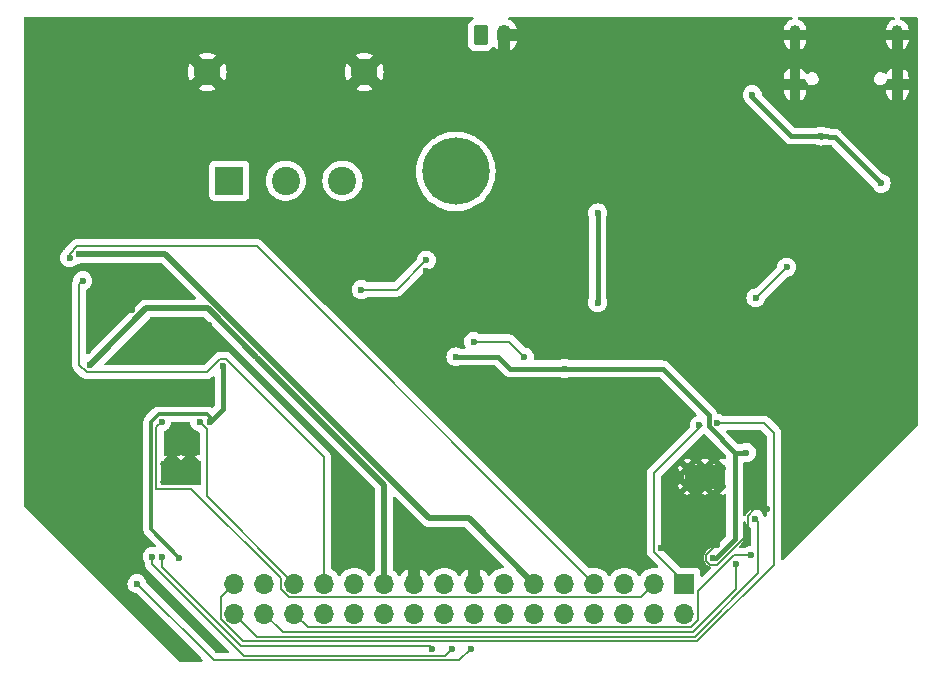
<source format=gbr>
%TF.GenerationSoftware,KiCad,Pcbnew,7.0.11*%
%TF.CreationDate,2025-03-28T01:33:45+02:00*%
%TF.ProjectId,Project,50726f6a-6563-4742-9e6b-696361645f70,rev?*%
%TF.SameCoordinates,Original*%
%TF.FileFunction,Copper,L2,Bot*%
%TF.FilePolarity,Positive*%
%FSLAX46Y46*%
G04 Gerber Fmt 4.6, Leading zero omitted, Abs format (unit mm)*
G04 Created by KiCad (PCBNEW 7.0.11) date 2025-03-28 01:33:45*
%MOMM*%
%LPD*%
G01*
G04 APERTURE LIST*
G04 Aperture macros list*
%AMRoundRect*
0 Rectangle with rounded corners*
0 $1 Rounding radius*
0 $2 $3 $4 $5 $6 $7 $8 $9 X,Y pos of 4 corners*
0 Add a 4 corners polygon primitive as box body*
4,1,4,$2,$3,$4,$5,$6,$7,$8,$9,$2,$3,0*
0 Add four circle primitives for the rounded corners*
1,1,$1+$1,$2,$3*
1,1,$1+$1,$4,$5*
1,1,$1+$1,$6,$7*
1,1,$1+$1,$8,$9*
0 Add four rect primitives between the rounded corners*
20,1,$1+$1,$2,$3,$4,$5,0*
20,1,$1+$1,$4,$5,$6,$7,0*
20,1,$1+$1,$6,$7,$8,$9,0*
20,1,$1+$1,$8,$9,$2,$3,0*%
G04 Aperture macros list end*
%TA.AperFunction,ComponentPad*%
%ADD10C,5.700000*%
%TD*%
%TA.AperFunction,ComponentPad*%
%ADD11O,1.700000X1.700000*%
%TD*%
%TA.AperFunction,ComponentPad*%
%ADD12R,1.700000X1.700000*%
%TD*%
%TA.AperFunction,ComponentPad*%
%ADD13O,0.900000X1.700000*%
%TD*%
%TA.AperFunction,ComponentPad*%
%ADD14O,0.900000X2.000000*%
%TD*%
%TA.AperFunction,ComponentPad*%
%ADD15RoundRect,0.250000X-0.350000X-0.625000X0.350000X-0.625000X0.350000X0.625000X-0.350000X0.625000X0*%
%TD*%
%TA.AperFunction,ComponentPad*%
%ADD16O,1.200000X1.750000*%
%TD*%
%TA.AperFunction,HeatsinkPad*%
%ADD17C,0.500000*%
%TD*%
%TA.AperFunction,HeatsinkPad*%
%ADD18R,3.500000X2.000000*%
%TD*%
%TA.AperFunction,ComponentPad*%
%ADD19R,2.400000X2.400000*%
%TD*%
%TA.AperFunction,ComponentPad*%
%ADD20C,2.400000*%
%TD*%
%TA.AperFunction,ComponentPad*%
%ADD21C,2.250000*%
%TD*%
%TA.AperFunction,ViaPad*%
%ADD22C,0.600000*%
%TD*%
%TA.AperFunction,Conductor*%
%ADD23C,0.200000*%
%TD*%
%TA.AperFunction,Conductor*%
%ADD24C,0.400000*%
%TD*%
%TA.AperFunction,Conductor*%
%ADD25C,0.500000*%
%TD*%
%TA.AperFunction,Conductor*%
%ADD26C,0.300000*%
%TD*%
G04 APERTURE END LIST*
D10*
%TO.P,REF\u002A\u002A,1*%
%TO.N,N/C*%
X106000000Y-154100000D03*
%TD*%
D11*
%TO.P,J1,32,Pin_32*%
%TO.N,MOTOR1_A_OUT*%
X87240000Y-191540000D03*
%TO.P,J1,31,Pin_31*%
%TO.N,MOTOR1_B_OUT*%
X87240000Y-189000000D03*
%TO.P,J1,30,Pin_30*%
%TO.N,MOTOR1_CTRL2*%
X89780000Y-191540000D03*
%TO.P,J1,29,Pin_29*%
%TO.N,MOTOR3_B_OUT*%
X89780000Y-189000000D03*
%TO.P,J1,28,Pin_28*%
%TO.N,MOTOR1_CTRL1*%
X92320000Y-191540000D03*
%TO.P,J1,27,Pin_27*%
%TO.N,MOTOR3_A_OUT*%
X92320000Y-189000000D03*
%TO.P,J1,26,Pin_26*%
%TO.N,MOTOR3_CTRL2*%
X94860000Y-191540000D03*
%TO.P,J1,25,Pin_25*%
%TO.N,CTRL_EXT_LOAD1*%
X94860000Y-189000000D03*
%TO.P,J1,24,Pin_24*%
%TO.N,MOTOR3_CTRL1*%
X97400000Y-191540000D03*
%TO.P,J1,23,Pin_23*%
%TO.N,unconnected-(J1-Pin_23-Pad23)*%
X97400000Y-189000000D03*
%TO.P,J1,22,Pin_22*%
%TO.N,HV*%
X99940000Y-191540000D03*
%TO.P,J1,21,Pin_21*%
%TO.N,EXT_LOAD1_OUT*%
X99940000Y-189000000D03*
%TO.P,J1,20,Pin_20*%
%TO.N,5V Out*%
X102480000Y-191540000D03*
%TO.P,J1,19,Pin_19*%
%TO.N,GND*%
X102480000Y-189000000D03*
%TO.P,J1,18,Pin_18*%
%TO.N,3V3 Out*%
X105020000Y-191540000D03*
%TO.P,J1,17,Pin_17*%
%TO.N,I2C1_SDA*%
X105020000Y-189000000D03*
%TO.P,J1,16,Pin_16*%
%TO.N,I2C1_SCL*%
X107560000Y-191540000D03*
%TO.P,J1,15,Pin_15*%
%TO.N,GND*%
X107560000Y-189000000D03*
%TO.P,J1,14,Pin_14*%
%TO.N,Battery*%
X110100000Y-191540000D03*
%TO.P,J1,13,Pin_13*%
%TO.N,FAST_CHARGE_CTRL*%
X110100000Y-189000000D03*
%TO.P,J1,12,Pin_12*%
%TO.N,USART2_TX*%
X112640000Y-191540000D03*
%TO.P,J1,11,Pin_11*%
%TO.N,EXT_LOAD2_OUT*%
X112640000Y-189000000D03*
%TO.P,J1,10,Pin_10*%
%TO.N,MOTOR4_CTRL2*%
X115180000Y-191540000D03*
%TO.P,J1,9,Pin_9*%
%TO.N,USART2_RX*%
X115180000Y-189000000D03*
%TO.P,J1,8,Pin_8*%
%TO.N,MOTOR4_CTRL1*%
X117720000Y-191540000D03*
%TO.P,J1,7,Pin_7*%
%TO.N,CTRL_EXT_LOAD2*%
X117720000Y-189000000D03*
%TO.P,J1,6,Pin_6*%
%TO.N,MOTOR2_CTRL2*%
X120260000Y-191540000D03*
%TO.P,J1,5,Pin_5*%
%TO.N,Motor4_B_OUT*%
X120260000Y-189000000D03*
%TO.P,J1,4,Pin_4*%
%TO.N,MOTOR2_CTRL1*%
X122800000Y-191540000D03*
%TO.P,J1,3,Pin_3*%
%TO.N,Motor4_A_OUT*%
X122800000Y-189000000D03*
%TO.P,J1,2,Pin_2*%
%TO.N,Motor2_A_OUT*%
X125340000Y-191540000D03*
D12*
%TO.P,J1,1,Pin_1*%
%TO.N,Motor2_B_OUT*%
X125340000Y-189000000D03*
%TD*%
D13*
%TO.P,J2,S4,SHIELD*%
%TO.N,GND*%
X134725000Y-142550000D03*
%TO.P,J2,S3,SHIELD*%
X143375000Y-142550000D03*
D14*
%TO.P,J2,S2,SHIELD*%
X134725000Y-146720000D03*
%TO.P,J2,S1,SHIELD*%
X143375000Y-146720000D03*
%TD*%
D15*
%TO.P,J3,1,Pin_1*%
%TO.N,Battery*%
X108100000Y-142550000D03*
D16*
%TO.P,J3,2,Pin_2*%
%TO.N,GND*%
X110100000Y-142550000D03*
%TD*%
D17*
%TO.P,U4,17,GND(PPAD)*%
%TO.N,GND*%
X128600000Y-179200000D03*
X127100000Y-179200000D03*
X125600000Y-179200000D03*
D18*
X127100000Y-179950000D03*
D17*
X128600000Y-180700000D03*
X127100000Y-180700000D03*
X125600000Y-180700000D03*
%TD*%
D19*
%TO.P,S1,1,1*%
%TO.N,Bat_out*%
X86800000Y-154875000D03*
D20*
%TO.P,S1,2,2*%
%TO.N,Battery*%
X91600000Y-154875000D03*
%TO.P,S1,3,3*%
%TO.N,Charging*%
X96400000Y-154875000D03*
D21*
%TO.P,S1,4,MH1*%
%TO.N,GND*%
X84950000Y-145675000D03*
%TO.P,S1,5,MH2*%
X98250000Y-145675000D03*
%TD*%
D17*
%TO.P,U5,17,GND(PPAD)*%
%TO.N,GND*%
X81200000Y-180400000D03*
X82700000Y-180400000D03*
X84200000Y-180400000D03*
D18*
X82700000Y-179650000D03*
D17*
X81200000Y-178900000D03*
X82700000Y-178900000D03*
X84200000Y-178900000D03*
%TD*%
D22*
%TO.N,GND*%
X139100000Y-158800000D03*
X96000000Y-178600000D03*
X79300000Y-185800000D03*
X114300000Y-157300000D03*
X123000000Y-160300000D03*
X136800000Y-153300000D03*
X103500000Y-162500000D03*
X132300000Y-182700000D03*
X128100000Y-185700000D03*
X123400000Y-186000000D03*
X107100000Y-173225000D03*
X85100000Y-167100000D03*
X82300000Y-166800000D03*
X77600000Y-180400000D03*
X75500000Y-154000000D03*
X76400000Y-162500000D03*
X78569669Y-165869669D03*
X78100000Y-155800000D03*
X81000000Y-157140000D03*
%TO.N,3V3 Out*%
X107500000Y-168500000D03*
X111800000Y-169800000D03*
%TO.N,Net-(IC1-VDD)*%
X131100000Y-147600000D03*
%TO.N,Net-(IC3-VSENSE)*%
X131400000Y-164800000D03*
X134000000Y-162200000D03*
%TO.N,CTRL_EXT_LOAD2*%
X73300000Y-161400000D03*
%TO.N,CTRL_EXT_LOAD1*%
X74400000Y-163350000D03*
%TO.N,Net-(IC1-VDD)*%
X136900000Y-151100000D03*
X142000000Y-155100000D03*
%TO.N,EXT_LOAD1_OUT*%
X75000000Y-170500000D03*
%TO.N,EXT_LOAD2_OUT*%
X74100000Y-161100000D03*
%TO.N,3V3 Out*%
X103500000Y-161600000D03*
X98000000Y-164100000D03*
%TO.N,Monitor_out*%
X82600000Y-186800000D03*
%TO.N,Net-(IC4-CE)*%
X118000000Y-157600000D03*
X118000000Y-165200000D03*
%TO.N,Monitor_out*%
X127800000Y-186800000D03*
%TO.N,Motor2_B_OUT*%
X126600000Y-175600000D03*
%TO.N,MOTOR1_B_OUT*%
X128100000Y-175400000D03*
%TO.N,Monitor_out*%
X130600000Y-177900000D03*
X115200000Y-170800000D03*
X106000000Y-169800000D03*
X86300000Y-170600000D03*
%TO.N,Motor4_B_OUT*%
X107250000Y-194490000D03*
%TO.N,MOTOR4_CTRL1*%
X105700000Y-194490000D03*
%TO.N,MOTOR4_CTRL2*%
X104000000Y-194490000D03*
X81100000Y-186700000D03*
%TO.N,MOTOR4_CTRL1*%
X80300000Y-186700000D03*
%TO.N,Motor4_B_OUT*%
X79000000Y-189000000D03*
%TO.N,MOTOR1_A_OUT*%
X131300000Y-183500000D03*
%TO.N,MOTOR1_CTRL1*%
X131000000Y-186600000D03*
%TO.N,MOTOR1_CTRL2*%
X129700000Y-187300000D03*
%TO.N,Motor4_A_OUT*%
X81100000Y-175300000D03*
%TO.N,Monitor_out*%
X85200000Y-175300000D03*
%TO.N,MOTOR3_A_OUT*%
X84300000Y-175300000D03*
%TD*%
D23*
%TO.N,GND*%
X132300000Y-182700000D02*
X132400000Y-182700000D01*
X131251471Y-182700000D02*
X132300000Y-182700000D01*
X130700000Y-183251471D02*
X131251471Y-182700000D01*
X130700000Y-184797057D02*
X130700000Y-183251471D01*
X127551471Y-187400000D02*
X128097057Y-187400000D01*
X127200000Y-187048529D02*
X127551471Y-187400000D01*
X127200000Y-186551471D02*
X127200000Y-187048529D01*
X128051471Y-185700000D02*
X127200000Y-186551471D01*
X128097057Y-187400000D02*
X130700000Y-184797057D01*
X128100000Y-185700000D02*
X128051471Y-185700000D01*
%TO.N,MOTOR1_B_OUT*%
X86090000Y-190150000D02*
X87240000Y-189000000D01*
X86090000Y-192016346D02*
X86090000Y-190150000D01*
X126407055Y-193890000D02*
X87963654Y-193890000D01*
X132100000Y-175400000D02*
X132900000Y-176200000D01*
X87963654Y-193890000D02*
X86090000Y-192016346D01*
X128100000Y-175400000D02*
X132100000Y-175400000D01*
X132900000Y-176200000D02*
X132900000Y-187397056D01*
X132900000Y-187397056D02*
X126407055Y-193890000D01*
D24*
%TO.N,Monitor_out*%
X129610050Y-185179900D02*
X129610050Y-177900000D01*
X127989950Y-186800000D02*
X129610050Y-185179900D01*
X127800000Y-186800000D02*
X127989950Y-186800000D01*
D23*
%TO.N,Motor2_B_OUT*%
X125340000Y-188840000D02*
X125340000Y-189000000D01*
X122800000Y-186300000D02*
X125340000Y-188840000D01*
X122800000Y-179600000D02*
X122800000Y-186300000D01*
X126600000Y-175800000D02*
X122800000Y-179600000D01*
X126600000Y-175600000D02*
X126600000Y-175800000D01*
%TO.N,CTRL_EXT_LOAD1*%
X94860000Y-178311471D02*
X94860000Y-189000000D01*
X86548529Y-170000000D02*
X94860000Y-178311471D01*
X84900000Y-171100000D02*
X86000000Y-170000000D01*
X74400000Y-163350000D02*
X74100000Y-163650000D01*
X74100000Y-170448529D02*
X74751471Y-171100000D01*
X74751471Y-171100000D02*
X84900000Y-171100000D01*
X74100000Y-163650000D02*
X74100000Y-170448529D01*
X86000000Y-170000000D02*
X86548529Y-170000000D01*
%TO.N,3V3 Out*%
X110500000Y-168500000D02*
X107500000Y-168500000D01*
X111800000Y-169800000D02*
X110500000Y-168500000D01*
D24*
%TO.N,Net-(IC1-VDD)*%
X131100000Y-147800000D02*
X131100000Y-147600000D01*
X134400000Y-151100000D02*
X131100000Y-147800000D01*
X136900000Y-151100000D02*
X134400000Y-151100000D01*
D23*
%TO.N,Net-(IC3-VSENSE)*%
X131400000Y-164800000D02*
X131500000Y-164700000D01*
X134000000Y-162200000D02*
X131400000Y-164800000D01*
%TO.N,CTRL_EXT_LOAD2*%
X73951471Y-160400000D02*
X89120000Y-160400000D01*
X89120000Y-160400000D02*
X117720000Y-189000000D01*
X73300000Y-161051471D02*
X73951471Y-160400000D01*
X73300000Y-161400000D02*
X73300000Y-161051471D01*
D25*
%TO.N,EXT_LOAD1_OUT*%
X84999999Y-165700000D02*
X89100000Y-169800001D01*
X79800000Y-165700000D02*
X84999999Y-165700000D01*
X75650000Y-169850000D02*
X79800000Y-165700000D01*
D24*
%TO.N,Monitor_out*%
X110600000Y-170800000D02*
X115200000Y-170800000D01*
X106000000Y-169800000D02*
X109600000Y-169800000D01*
X109600000Y-169800000D02*
X110600000Y-170800000D01*
D23*
%TO.N,MOTOR4_CTRL1*%
X105700000Y-194490000D02*
X105100000Y-195090000D01*
X105100000Y-195090000D02*
X88032282Y-195090000D01*
X88032282Y-195090000D02*
X80300000Y-187357718D01*
X80300000Y-187357718D02*
X80300000Y-186700000D01*
%TO.N,Motor4_B_OUT*%
X85510000Y-195490000D02*
X85500000Y-195500000D01*
X107250000Y-194490000D02*
X106250000Y-195490000D01*
X85500000Y-195500000D02*
X79000000Y-189000000D01*
X106250000Y-195490000D02*
X85510000Y-195490000D01*
%TO.N,MOTOR4_CTRL2*%
X81100000Y-187592032D02*
X81100000Y-186700000D01*
X87797968Y-194290000D02*
X81100000Y-187592032D01*
X103800000Y-194290000D02*
X87797968Y-194290000D01*
X104000000Y-194490000D02*
X103800000Y-194290000D01*
D24*
%TO.N,Net-(IC1-VDD)*%
X136900000Y-151100000D02*
X136900000Y-151200000D01*
X138100000Y-151200000D02*
X136900000Y-151100000D01*
X142000000Y-155100000D02*
X138100000Y-151200000D01*
D25*
%TO.N,EXT_LOAD2_OUT*%
X103720000Y-183430051D02*
X107070051Y-183430051D01*
X81389949Y-161100000D02*
X103720000Y-183430051D01*
X74100000Y-161100000D02*
X81389949Y-161100000D01*
X107070051Y-183430051D02*
X112640000Y-189000000D01*
%TO.N,EXT_LOAD1_OUT*%
X99940000Y-180640000D02*
X99940000Y-189000000D01*
X89150000Y-169850000D02*
X99940000Y-180640000D01*
X75000000Y-170500000D02*
X75650000Y-169850000D01*
D23*
%TO.N,3V3 Out*%
X101000000Y-164100000D02*
X98000000Y-164100000D01*
X103500000Y-161600000D02*
X101000000Y-164100000D01*
D26*
%TO.N,Monitor_out*%
X84950000Y-174650000D02*
X85200000Y-174900000D01*
X80830761Y-174650000D02*
X84950000Y-174650000D01*
X80200000Y-175280761D02*
X80830761Y-174650000D01*
X80200000Y-184400000D02*
X80200000Y-175280761D01*
X82600000Y-186800000D02*
X80200000Y-184400000D01*
X85200000Y-174900000D02*
X85200000Y-175300000D01*
D23*
%TO.N,Motor4_A_OUT*%
X91170000Y-189476346D02*
X91843654Y-190150000D01*
X83596346Y-180950000D02*
X91170000Y-188523654D01*
X91170000Y-188523654D02*
X91170000Y-189476346D01*
X80650000Y-180950000D02*
X83596346Y-180950000D01*
X91843654Y-190150000D02*
X121650000Y-190150000D01*
X121650000Y-190150000D02*
X122800000Y-189000000D01*
D24*
%TO.N,Net-(IC4-CE)*%
X118000000Y-165200000D02*
X118000000Y-157600000D01*
%TO.N,Monitor_out*%
X123500000Y-170800000D02*
X115200000Y-170800000D01*
X127400000Y-174700000D02*
X123500000Y-170800000D01*
X127400000Y-175689950D02*
X127400000Y-174700000D01*
X129610050Y-177900000D02*
X127400000Y-175689950D01*
X130600000Y-177900000D02*
X129610050Y-177900000D01*
D23*
%TO.N,Motor2_B_OUT*%
X126800000Y-175600000D02*
X126600000Y-175600000D01*
%TO.N,MOTOR1_B_OUT*%
X128000000Y-175400000D02*
X128100000Y-175400000D01*
D24*
%TO.N,Monitor_out*%
X86300000Y-174200000D02*
X86300000Y-170600000D01*
X85200000Y-175300000D02*
X86300000Y-174200000D01*
D23*
%TO.N,MOTOR1_A_OUT*%
X89190000Y-193490000D02*
X87240000Y-191540000D01*
X131600000Y-188131370D02*
X126241370Y-193490000D01*
X131600000Y-183800000D02*
X131600000Y-188131370D01*
X126241370Y-193490000D02*
X89190000Y-193490000D01*
X131300000Y-183500000D02*
X131600000Y-183800000D01*
%TO.N,MOTOR1_CTRL2*%
X91330000Y-193090000D02*
X89780000Y-191540000D01*
X126075685Y-193090000D02*
X91330000Y-193090000D01*
X129700000Y-189465685D02*
X126075685Y-193090000D01*
X129700000Y-187300000D02*
X129700000Y-189465685D01*
%TO.N,MOTOR1_CTRL1*%
X125910000Y-192690000D02*
X93470000Y-192690000D01*
X126490000Y-192110000D02*
X125910000Y-192690000D01*
X126490000Y-189661471D02*
X126490000Y-192110000D01*
X129551471Y-186600000D02*
X126490000Y-189661471D01*
X93470000Y-192690000D02*
X92320000Y-191540000D01*
X131000000Y-186600000D02*
X129551471Y-186600000D01*
%TO.N,Motor2_B_OUT*%
X125050000Y-188710000D02*
X125340000Y-189000000D01*
X126800000Y-175600000D02*
X126800000Y-175600000D01*
%TO.N,Motor4_A_OUT*%
X80650000Y-175750000D02*
X80650000Y-180950000D01*
X81100000Y-175300000D02*
X80650000Y-175750000D01*
%TO.N,MOTOR3_A_OUT*%
X84900000Y-181580000D02*
X92320000Y-189000000D01*
X84900000Y-175900000D02*
X84900000Y-181580000D01*
X84300000Y-175300000D02*
X84900000Y-175900000D01*
%TD*%
%TA.AperFunction,Conductor*%
%TO.N,GND*%
G36*
X107452606Y-141020185D02*
G01*
X107498361Y-141072989D01*
X107508305Y-141142147D01*
X107479280Y-141205703D01*
X107436015Y-141234576D01*
X107437209Y-141237136D01*
X107430663Y-141240187D01*
X107281342Y-141332289D01*
X107157289Y-141456342D01*
X107065187Y-141605663D01*
X107065186Y-141605666D01*
X107010001Y-141772203D01*
X107010001Y-141772204D01*
X107010000Y-141772204D01*
X106999500Y-141874983D01*
X106999500Y-143225001D01*
X106999501Y-143225018D01*
X107010000Y-143327796D01*
X107010001Y-143327799D01*
X107065185Y-143494331D01*
X107065187Y-143494336D01*
X107082164Y-143521860D01*
X107157288Y-143643656D01*
X107281344Y-143767712D01*
X107430666Y-143859814D01*
X107597203Y-143914999D01*
X107699991Y-143925500D01*
X108500008Y-143925499D01*
X108500016Y-143925498D01*
X108500019Y-143925498D01*
X108556302Y-143919748D01*
X108602797Y-143914999D01*
X108769334Y-143859814D01*
X108918656Y-143767712D01*
X109042712Y-143643656D01*
X109082094Y-143579806D01*
X109134040Y-143533083D01*
X109203003Y-143521860D01*
X109267085Y-143549703D01*
X109285102Y-143568251D01*
X109300272Y-143587541D01*
X109459030Y-143725105D01*
X109459038Y-143725111D01*
X109599999Y-143806494D01*
X109600000Y-143806494D01*
X109600000Y-143050000D01*
X110600000Y-143050000D01*
X110600000Y-143805937D01*
X110652504Y-143781960D01*
X110823619Y-143660110D01*
X110823625Y-143660104D01*
X110968592Y-143508067D01*
X111082167Y-143331340D01*
X111160240Y-143136325D01*
X111160244Y-143136313D01*
X111176880Y-143050000D01*
X110600000Y-143050000D01*
X109600000Y-143050000D01*
X109600000Y-143000000D01*
X133775186Y-143000000D01*
X133789647Y-143142221D01*
X133847484Y-143326561D01*
X133847489Y-143326571D01*
X133941251Y-143495498D01*
X133941256Y-143495505D01*
X134067107Y-143642105D01*
X134219887Y-143760366D01*
X134274999Y-143787400D01*
X134275000Y-143787400D01*
X134275000Y-143000000D01*
X133775186Y-143000000D01*
X109600000Y-143000000D01*
X109600000Y-142581395D01*
X109721114Y-142581395D01*
X109751837Y-142702719D01*
X109820289Y-142807492D01*
X109919052Y-142884363D01*
X110037424Y-142925000D01*
X110131073Y-142925000D01*
X110223446Y-142909586D01*
X110333514Y-142850019D01*
X110418278Y-142757941D01*
X110468551Y-142643330D01*
X110478886Y-142518605D01*
X110448163Y-142397281D01*
X110379711Y-142292508D01*
X110280948Y-142215637D01*
X110162576Y-142175000D01*
X110068927Y-142175000D01*
X109976554Y-142190414D01*
X109866486Y-142249981D01*
X109781722Y-142342059D01*
X109731449Y-142456670D01*
X109721114Y-142581395D01*
X109600000Y-142581395D01*
X109600000Y-142174000D01*
X109619685Y-142106961D01*
X109672489Y-142061206D01*
X109724000Y-142050000D01*
X111180373Y-142050000D01*
X111125850Y-141864313D01*
X111029586Y-141677585D01*
X110899731Y-141512462D01*
X110899728Y-141512459D01*
X110740969Y-141374894D01*
X110740958Y-141374885D01*
X110559039Y-141269855D01*
X110559032Y-141269852D01*
X110477635Y-141241680D01*
X110420721Y-141201151D01*
X110394753Y-141136287D01*
X110407977Y-141067680D01*
X110456192Y-141017113D01*
X110518192Y-141000500D01*
X134401553Y-141000500D01*
X134468592Y-141020185D01*
X134514347Y-141072989D01*
X134524291Y-141142147D01*
X134495266Y-141205703D01*
X134444619Y-141240781D01*
X134304472Y-141292685D01*
X134304468Y-141292687D01*
X134140496Y-141394892D01*
X134000465Y-141528002D01*
X134000464Y-141528003D01*
X133890086Y-141686586D01*
X133813893Y-141864137D01*
X133775000Y-142053393D01*
X133775000Y-142100000D01*
X134425000Y-142100000D01*
X134425000Y-142977802D01*
X134440412Y-143060250D01*
X134499457Y-143155610D01*
X134588962Y-143223201D01*
X134696840Y-143253895D01*
X134808521Y-143243546D01*
X134908922Y-143193552D01*
X134984484Y-143110666D01*
X135025000Y-143006080D01*
X135025000Y-143000000D01*
X135175000Y-143000000D01*
X135175000Y-143788944D01*
X135309503Y-143705107D01*
X135449534Y-143571997D01*
X135449535Y-143571996D01*
X135559913Y-143413413D01*
X135636106Y-143235862D01*
X135675000Y-143046606D01*
X135675000Y-143000000D01*
X142425186Y-143000000D01*
X142439647Y-143142221D01*
X142497484Y-143326561D01*
X142497489Y-143326571D01*
X142591251Y-143495498D01*
X142591256Y-143495505D01*
X142717107Y-143642105D01*
X142869887Y-143760366D01*
X142924999Y-143787400D01*
X142925000Y-143787400D01*
X142925000Y-143000000D01*
X142425186Y-143000000D01*
X135675000Y-143000000D01*
X135175000Y-143000000D01*
X135025000Y-143000000D01*
X135025000Y-142122198D01*
X135020851Y-142100000D01*
X135674813Y-142100000D01*
X135674813Y-142099999D01*
X135660352Y-141957778D01*
X135602515Y-141773438D01*
X135602510Y-141773428D01*
X135508748Y-141604501D01*
X135508743Y-141604494D01*
X135382892Y-141457894D01*
X135230109Y-141339631D01*
X135230105Y-141339629D01*
X135056642Y-141254542D01*
X135056643Y-141254542D01*
X135018019Y-141244542D01*
X134958054Y-141208682D01*
X134926995Y-141146095D01*
X134934704Y-141076652D01*
X134978732Y-141022400D01*
X135045102Y-141000564D01*
X135049100Y-141000500D01*
X143051553Y-141000500D01*
X143118592Y-141020185D01*
X143164347Y-141072989D01*
X143174291Y-141142147D01*
X143145266Y-141205703D01*
X143094619Y-141240781D01*
X142954472Y-141292685D01*
X142954468Y-141292687D01*
X142790496Y-141394892D01*
X142650465Y-141528002D01*
X142650464Y-141528003D01*
X142540086Y-141686586D01*
X142463893Y-141864137D01*
X142425000Y-142053393D01*
X142425000Y-142100000D01*
X143075000Y-142100000D01*
X143075000Y-142977802D01*
X143090412Y-143060250D01*
X143149457Y-143155610D01*
X143238962Y-143223201D01*
X143346840Y-143253895D01*
X143458521Y-143243546D01*
X143558922Y-143193552D01*
X143634484Y-143110666D01*
X143675000Y-143006080D01*
X143675000Y-143000000D01*
X143825000Y-143000000D01*
X143825000Y-143788944D01*
X143959503Y-143705107D01*
X144099534Y-143571997D01*
X144099535Y-143571996D01*
X144209913Y-143413413D01*
X144286106Y-143235862D01*
X144325000Y-143046606D01*
X144325000Y-143000000D01*
X143825000Y-143000000D01*
X143675000Y-143000000D01*
X143675000Y-142122198D01*
X143670851Y-142100000D01*
X144324813Y-142100000D01*
X144324813Y-142099999D01*
X144310352Y-141957778D01*
X144252515Y-141773438D01*
X144252510Y-141773428D01*
X144158748Y-141604501D01*
X144158743Y-141604494D01*
X144032892Y-141457894D01*
X143880109Y-141339631D01*
X143880105Y-141339629D01*
X143706642Y-141254542D01*
X143706643Y-141254542D01*
X143668019Y-141244542D01*
X143608054Y-141208682D01*
X143576995Y-141146095D01*
X143584704Y-141076652D01*
X143628732Y-141022400D01*
X143695102Y-141000564D01*
X143699100Y-141000500D01*
X144975500Y-141000500D01*
X145042539Y-141020185D01*
X145088294Y-141072989D01*
X145099500Y-141124500D01*
X145099500Y-175541324D01*
X145079815Y-175608363D01*
X145063181Y-175629005D01*
X133712181Y-186980005D01*
X133650858Y-187013490D01*
X133581166Y-187008506D01*
X133525233Y-186966634D01*
X133500816Y-186901170D01*
X133500500Y-186892324D01*
X133500500Y-176247487D01*
X133501561Y-176231301D01*
X133505682Y-176199999D01*
X133505682Y-176199998D01*
X133488089Y-176066370D01*
X133485044Y-176043238D01*
X133435856Y-175924488D01*
X133424538Y-175897163D01*
X133424535Y-175897158D01*
X133394236Y-175857671D01*
X133394233Y-175857668D01*
X133377453Y-175835799D01*
X133328282Y-175771718D01*
X133318129Y-175763927D01*
X133303228Y-175752493D01*
X133291034Y-175741799D01*
X132558199Y-175008964D01*
X132547504Y-174996769D01*
X132528283Y-174971719D01*
X132496067Y-174946999D01*
X132402841Y-174875464D01*
X132399811Y-174874209D01*
X132256762Y-174814956D01*
X132256760Y-174814955D01*
X132139361Y-174799500D01*
X132100000Y-174794318D01*
X132068697Y-174798439D01*
X132052513Y-174799500D01*
X128682412Y-174799500D01*
X128615373Y-174779815D01*
X128605097Y-174772445D01*
X128602263Y-174770185D01*
X128602262Y-174770184D01*
X128545496Y-174734515D01*
X128449523Y-174674211D01*
X128279254Y-174614631D01*
X128279250Y-174614630D01*
X128184774Y-174603986D01*
X128120360Y-174576920D01*
X128082710Y-174524722D01*
X128081542Y-174521641D01*
X128075521Y-174500034D01*
X128073695Y-174490071D01*
X128073693Y-174490063D01*
X128049008Y-174435219D01*
X128046153Y-174428329D01*
X128024818Y-174372070D01*
X128019063Y-174363733D01*
X128008036Y-174344182D01*
X128003879Y-174334946D01*
X128003878Y-174334943D01*
X127980780Y-174305461D01*
X127966785Y-174287597D01*
X127962355Y-174281577D01*
X127928183Y-174232071D01*
X127883153Y-174192178D01*
X127877715Y-174187058D01*
X124012940Y-170322283D01*
X124007805Y-170316828D01*
X123967929Y-170271816D01*
X123967924Y-170271812D01*
X123918438Y-170237655D01*
X123912403Y-170233215D01*
X123865060Y-170196124D01*
X123865055Y-170196120D01*
X123855813Y-170191961D01*
X123836266Y-170180936D01*
X123827931Y-170175183D01*
X123827932Y-170175183D01*
X123827930Y-170175182D01*
X123771694Y-170153854D01*
X123764790Y-170150994D01*
X123709932Y-170126305D01*
X123709930Y-170126304D01*
X123699946Y-170124474D01*
X123678343Y-170118451D01*
X123668874Y-170114860D01*
X123668871Y-170114859D01*
X123609171Y-170107610D01*
X123601770Y-170106483D01*
X123542609Y-170095642D01*
X123542603Y-170095642D01*
X123482567Y-170099274D01*
X123475079Y-170099500D01*
X115625494Y-170099500D01*
X115559523Y-170080494D01*
X115549525Y-170074212D01*
X115379254Y-170014631D01*
X115379249Y-170014630D01*
X115200004Y-169994435D01*
X115199996Y-169994435D01*
X115020750Y-170014630D01*
X115020745Y-170014631D01*
X114850474Y-170074212D01*
X114840477Y-170080494D01*
X114774506Y-170099500D01*
X112710576Y-170099500D01*
X112643537Y-170079815D01*
X112597782Y-170027011D01*
X112587356Y-169961617D01*
X112605565Y-169800003D01*
X112605565Y-169799996D01*
X112585369Y-169620750D01*
X112585368Y-169620745D01*
X112579234Y-169603216D01*
X112525789Y-169450478D01*
X112518432Y-169438770D01*
X112462797Y-169350227D01*
X112429816Y-169297738D01*
X112302262Y-169170184D01*
X112232429Y-169126305D01*
X112149521Y-169074210D01*
X111979249Y-169014630D01*
X111892330Y-169004837D01*
X111827916Y-168977770D01*
X111818533Y-168969298D01*
X110958199Y-168108964D01*
X110947504Y-168096769D01*
X110928283Y-168071719D01*
X110831869Y-167997738D01*
X110802841Y-167975464D01*
X110656762Y-167914956D01*
X110656760Y-167914955D01*
X110539361Y-167899500D01*
X110500000Y-167894318D01*
X110468697Y-167898439D01*
X110452513Y-167899500D01*
X108082412Y-167899500D01*
X108015373Y-167879815D01*
X108005097Y-167872445D01*
X108002263Y-167870185D01*
X108002262Y-167870184D01*
X107945496Y-167834515D01*
X107849523Y-167774211D01*
X107679254Y-167714631D01*
X107679249Y-167714630D01*
X107500004Y-167694435D01*
X107499996Y-167694435D01*
X107320750Y-167714630D01*
X107320745Y-167714631D01*
X107150476Y-167774211D01*
X106997737Y-167870184D01*
X106870184Y-167997737D01*
X106774211Y-168150476D01*
X106714631Y-168320745D01*
X106714630Y-168320750D01*
X106694435Y-168499996D01*
X106694435Y-168500003D01*
X106714630Y-168679249D01*
X106714631Y-168679254D01*
X106774211Y-168849523D01*
X106811915Y-168909528D01*
X106830915Y-168976765D01*
X106810547Y-169043600D01*
X106757279Y-169088814D01*
X106706921Y-169099500D01*
X106425494Y-169099500D01*
X106359523Y-169080494D01*
X106349525Y-169074212D01*
X106179254Y-169014631D01*
X106179249Y-169014630D01*
X106000004Y-168994435D01*
X105999996Y-168994435D01*
X105820750Y-169014630D01*
X105820745Y-169014631D01*
X105650476Y-169074211D01*
X105497737Y-169170184D01*
X105370184Y-169297737D01*
X105274211Y-169450476D01*
X105214631Y-169620745D01*
X105214630Y-169620750D01*
X105194435Y-169799996D01*
X105194435Y-169800003D01*
X105214630Y-169979249D01*
X105214631Y-169979254D01*
X105274211Y-170149523D01*
X105351051Y-170271812D01*
X105370184Y-170302262D01*
X105497738Y-170429816D01*
X105527520Y-170448529D01*
X105650474Y-170525787D01*
X105650478Y-170525789D01*
X105820745Y-170585368D01*
X105820750Y-170585369D01*
X105999996Y-170605565D01*
X106000000Y-170605565D01*
X106000004Y-170605565D01*
X106179249Y-170585369D01*
X106179252Y-170585368D01*
X106179255Y-170585368D01*
X106349522Y-170525789D01*
X106350488Y-170525181D01*
X106359523Y-170519506D01*
X106425494Y-170500500D01*
X109258481Y-170500500D01*
X109325520Y-170520185D01*
X109346162Y-170536819D01*
X110087051Y-171277707D01*
X110092171Y-171283145D01*
X110108172Y-171301206D01*
X110132071Y-171328183D01*
X110181574Y-171362352D01*
X110187603Y-171366788D01*
X110234944Y-171403878D01*
X110234946Y-171403879D01*
X110234949Y-171403881D01*
X110244177Y-171408034D01*
X110263731Y-171419062D01*
X110272070Y-171424818D01*
X110328331Y-171446154D01*
X110335208Y-171449003D01*
X110356563Y-171458615D01*
X110390063Y-171473693D01*
X110390066Y-171473693D01*
X110390069Y-171473695D01*
X110400034Y-171475521D01*
X110421656Y-171481548D01*
X110424777Y-171482731D01*
X110431128Y-171485140D01*
X110488689Y-171492128D01*
X110490815Y-171492387D01*
X110498222Y-171493514D01*
X110557394Y-171504358D01*
X110617433Y-171500725D01*
X110624921Y-171500500D01*
X114774506Y-171500500D01*
X114840477Y-171519506D01*
X114850474Y-171525787D01*
X114850475Y-171525787D01*
X114850478Y-171525789D01*
X115020745Y-171585368D01*
X115020750Y-171585369D01*
X115199996Y-171605565D01*
X115200000Y-171605565D01*
X115200004Y-171605565D01*
X115379249Y-171585369D01*
X115379252Y-171585368D01*
X115379255Y-171585368D01*
X115549522Y-171525789D01*
X115550488Y-171525181D01*
X115559523Y-171519506D01*
X115625494Y-171500500D01*
X123158481Y-171500500D01*
X123225520Y-171520185D01*
X123246162Y-171536819D01*
X126357672Y-174648329D01*
X126391157Y-174709652D01*
X126386173Y-174779344D01*
X126344301Y-174835277D01*
X126310946Y-174853051D01*
X126250480Y-174874209D01*
X126097737Y-174970184D01*
X125970184Y-175097737D01*
X125874211Y-175250476D01*
X125814631Y-175420745D01*
X125814630Y-175420750D01*
X125794435Y-175599996D01*
X125794435Y-175600002D01*
X125803579Y-175681159D01*
X125791524Y-175749980D01*
X125768040Y-175782723D01*
X122408965Y-179141798D01*
X122396774Y-179152490D01*
X122371718Y-179171717D01*
X122347549Y-179203213D01*
X122347550Y-179203214D01*
X122275464Y-179297158D01*
X122275461Y-179297163D01*
X122214957Y-179443234D01*
X122214955Y-179443239D01*
X122194318Y-179599998D01*
X122194318Y-179599999D01*
X122198439Y-179631301D01*
X122199500Y-179647487D01*
X122199500Y-186252512D01*
X122198439Y-186268697D01*
X122194318Y-186299998D01*
X122194318Y-186300000D01*
X122199500Y-186339360D01*
X122199500Y-186339361D01*
X122214955Y-186456760D01*
X122214956Y-186456762D01*
X122275464Y-186602841D01*
X122350017Y-186700000D01*
X122371719Y-186728283D01*
X122396769Y-186747504D01*
X122408964Y-186758199D01*
X123101673Y-187450908D01*
X123135158Y-187512231D01*
X123130174Y-187581923D01*
X123088302Y-187637856D01*
X123022838Y-187662273D01*
X123003185Y-187662117D01*
X122800002Y-187644341D01*
X122799999Y-187644341D01*
X122564596Y-187664936D01*
X122564586Y-187664938D01*
X122336344Y-187726094D01*
X122336335Y-187726098D01*
X122122171Y-187825964D01*
X122122169Y-187825965D01*
X121928597Y-187961505D01*
X121761505Y-188128597D01*
X121631575Y-188314158D01*
X121576998Y-188357783D01*
X121507500Y-188364977D01*
X121445145Y-188333454D01*
X121428425Y-188314158D01*
X121298494Y-188128597D01*
X121131402Y-187961506D01*
X121131395Y-187961501D01*
X120937834Y-187825967D01*
X120937830Y-187825965D01*
X120903955Y-187810169D01*
X120723663Y-187726097D01*
X120723659Y-187726096D01*
X120723655Y-187726094D01*
X120495413Y-187664938D01*
X120495403Y-187664936D01*
X120260001Y-187644341D01*
X120259999Y-187644341D01*
X120024596Y-187664936D01*
X120024586Y-187664938D01*
X119796344Y-187726094D01*
X119796335Y-187726098D01*
X119582171Y-187825964D01*
X119582169Y-187825965D01*
X119388597Y-187961505D01*
X119221505Y-188128597D01*
X119091575Y-188314158D01*
X119036998Y-188357783D01*
X118967500Y-188364977D01*
X118905145Y-188333454D01*
X118888425Y-188314158D01*
X118758494Y-188128597D01*
X118591402Y-187961506D01*
X118591395Y-187961501D01*
X118397834Y-187825967D01*
X118397830Y-187825965D01*
X118363955Y-187810169D01*
X118183663Y-187726097D01*
X118183659Y-187726096D01*
X118183655Y-187726094D01*
X117955413Y-187664938D01*
X117955403Y-187664936D01*
X117720001Y-187644341D01*
X117719999Y-187644341D01*
X117484596Y-187664936D01*
X117484583Y-187664939D01*
X117356241Y-187699327D01*
X117286392Y-187697664D01*
X117236468Y-187667233D01*
X94769238Y-165200003D01*
X117194435Y-165200003D01*
X117214630Y-165379249D01*
X117214631Y-165379254D01*
X117274211Y-165549523D01*
X117296735Y-165585369D01*
X117370184Y-165702262D01*
X117497738Y-165829816D01*
X117650478Y-165925789D01*
X117820745Y-165985368D01*
X117820750Y-165985369D01*
X117999996Y-166005565D01*
X118000000Y-166005565D01*
X118000004Y-166005565D01*
X118179249Y-165985369D01*
X118179252Y-165985368D01*
X118179255Y-165985368D01*
X118349522Y-165925789D01*
X118502262Y-165829816D01*
X118629816Y-165702262D01*
X118725789Y-165549522D01*
X118785368Y-165379255D01*
X118805565Y-165200000D01*
X118803119Y-165178294D01*
X118785369Y-165020750D01*
X118785366Y-165020737D01*
X118725790Y-164850479D01*
X118719506Y-164840478D01*
X118707845Y-164800003D01*
X130594435Y-164800003D01*
X130614630Y-164979249D01*
X130614631Y-164979254D01*
X130674211Y-165149523D01*
X130705926Y-165199996D01*
X130770184Y-165302262D01*
X130897738Y-165429816D01*
X131050478Y-165525789D01*
X131118306Y-165549523D01*
X131220745Y-165585368D01*
X131220750Y-165585369D01*
X131399996Y-165605565D01*
X131400000Y-165605565D01*
X131400004Y-165605565D01*
X131579249Y-165585369D01*
X131579252Y-165585368D01*
X131579255Y-165585368D01*
X131749522Y-165525789D01*
X131902262Y-165429816D01*
X132029816Y-165302262D01*
X132125789Y-165149522D01*
X132185368Y-164979255D01*
X132195161Y-164892329D01*
X132222226Y-164827918D01*
X132230690Y-164818543D01*
X134018535Y-163030698D01*
X134079856Y-162997215D01*
X134092311Y-162995163D01*
X134179255Y-162985368D01*
X134349522Y-162925789D01*
X134502262Y-162829816D01*
X134629816Y-162702262D01*
X134725789Y-162549522D01*
X134785368Y-162379255D01*
X134805565Y-162200000D01*
X134803916Y-162185369D01*
X134785369Y-162020750D01*
X134785368Y-162020745D01*
X134760446Y-161949522D01*
X134725789Y-161850478D01*
X134629816Y-161697738D01*
X134502262Y-161570184D01*
X134471387Y-161550784D01*
X134349523Y-161474211D01*
X134179254Y-161414631D01*
X134179249Y-161414630D01*
X134000004Y-161394435D01*
X133999996Y-161394435D01*
X133820750Y-161414630D01*
X133820745Y-161414631D01*
X133650476Y-161474211D01*
X133497737Y-161570184D01*
X133370184Y-161697737D01*
X133274210Y-161850478D01*
X133214630Y-162020750D01*
X133204837Y-162107668D01*
X133177770Y-162172082D01*
X133169298Y-162181465D01*
X131381465Y-163969298D01*
X131320142Y-164002783D01*
X131307668Y-164004837D01*
X131220750Y-164014630D01*
X131050478Y-164074210D01*
X130897737Y-164170184D01*
X130770184Y-164297737D01*
X130674211Y-164450476D01*
X130614631Y-164620745D01*
X130614630Y-164620750D01*
X130594435Y-164799996D01*
X130594435Y-164800003D01*
X118707845Y-164800003D01*
X118700500Y-164774507D01*
X118700500Y-158025493D01*
X118719508Y-157959519D01*
X118725787Y-157949525D01*
X118725786Y-157949525D01*
X118725789Y-157949522D01*
X118785368Y-157779255D01*
X118805565Y-157600000D01*
X118788720Y-157450499D01*
X118785369Y-157420750D01*
X118785368Y-157420745D01*
X118725788Y-157250476D01*
X118629815Y-157097737D01*
X118502262Y-156970184D01*
X118349523Y-156874211D01*
X118179254Y-156814631D01*
X118179249Y-156814630D01*
X118000004Y-156794435D01*
X117999996Y-156794435D01*
X117820750Y-156814630D01*
X117820745Y-156814631D01*
X117650476Y-156874211D01*
X117497737Y-156970184D01*
X117370184Y-157097737D01*
X117274211Y-157250476D01*
X117214631Y-157420745D01*
X117214630Y-157420750D01*
X117194435Y-157599996D01*
X117194435Y-157600003D01*
X117214630Y-157779249D01*
X117214631Y-157779254D01*
X117274212Y-157949525D01*
X117280492Y-157959519D01*
X117299500Y-158025493D01*
X117299500Y-164774507D01*
X117280494Y-164840478D01*
X117274209Y-164850479D01*
X117214633Y-165020737D01*
X117214630Y-165020750D01*
X117194435Y-165199996D01*
X117194435Y-165200003D01*
X94769238Y-165200003D01*
X93669238Y-164100003D01*
X97194435Y-164100003D01*
X97214630Y-164279249D01*
X97214631Y-164279254D01*
X97274211Y-164449523D01*
X97323699Y-164528282D01*
X97370184Y-164602262D01*
X97497738Y-164729816D01*
X97510475Y-164737819D01*
X97608069Y-164799142D01*
X97650478Y-164825789D01*
X97721038Y-164850479D01*
X97820745Y-164885368D01*
X97820750Y-164885369D01*
X97999996Y-164905565D01*
X98000000Y-164905565D01*
X98000004Y-164905565D01*
X98179249Y-164885369D01*
X98179252Y-164885368D01*
X98179255Y-164885368D01*
X98349522Y-164825789D01*
X98502262Y-164729816D01*
X98502267Y-164729810D01*
X98505097Y-164727555D01*
X98507275Y-164726665D01*
X98508158Y-164726111D01*
X98508255Y-164726265D01*
X98569783Y-164701145D01*
X98582412Y-164700500D01*
X100952513Y-164700500D01*
X100968697Y-164701560D01*
X101000000Y-164705682D01*
X101000001Y-164705682D01*
X101052254Y-164698802D01*
X101156762Y-164685044D01*
X101302841Y-164624536D01*
X101373674Y-164570184D01*
X101428282Y-164528282D01*
X101447509Y-164503223D01*
X101458190Y-164491043D01*
X103518535Y-162430698D01*
X103579856Y-162397215D01*
X103592311Y-162395163D01*
X103679255Y-162385368D01*
X103849522Y-162325789D01*
X104002262Y-162229816D01*
X104129816Y-162102262D01*
X104225789Y-161949522D01*
X104285368Y-161779255D01*
X104305565Y-161600000D01*
X104302419Y-161572082D01*
X104285369Y-161420750D01*
X104285368Y-161420745D01*
X104225788Y-161250476D01*
X104186582Y-161188080D01*
X104129816Y-161097738D01*
X104002262Y-160970184D01*
X103849523Y-160874211D01*
X103679254Y-160814631D01*
X103679249Y-160814630D01*
X103500004Y-160794435D01*
X103499996Y-160794435D01*
X103320750Y-160814630D01*
X103320745Y-160814631D01*
X103150476Y-160874211D01*
X102997737Y-160970184D01*
X102870184Y-161097737D01*
X102774210Y-161250478D01*
X102714630Y-161420750D01*
X102704837Y-161507668D01*
X102677770Y-161572082D01*
X102669298Y-161581465D01*
X100787584Y-163463181D01*
X100726261Y-163496666D01*
X100699903Y-163499500D01*
X98582412Y-163499500D01*
X98515373Y-163479815D01*
X98505097Y-163472445D01*
X98502263Y-163470185D01*
X98502262Y-163470184D01*
X98445496Y-163434515D01*
X98349523Y-163374211D01*
X98179254Y-163314631D01*
X98179249Y-163314630D01*
X98000004Y-163294435D01*
X97999996Y-163294435D01*
X97820750Y-163314630D01*
X97820745Y-163314631D01*
X97650476Y-163374211D01*
X97497737Y-163470184D01*
X97370184Y-163597737D01*
X97274211Y-163750476D01*
X97214631Y-163920745D01*
X97214630Y-163920750D01*
X97194435Y-164099996D01*
X97194435Y-164100003D01*
X93669238Y-164100003D01*
X89578199Y-160008964D01*
X89567504Y-159996769D01*
X89548283Y-159971719D01*
X89548279Y-159971716D01*
X89422841Y-159875464D01*
X89276762Y-159814956D01*
X89276760Y-159814955D01*
X89159361Y-159799500D01*
X89120000Y-159794318D01*
X89088697Y-159798439D01*
X89072513Y-159799500D01*
X73998958Y-159799500D01*
X73982773Y-159798439D01*
X73951471Y-159794318D01*
X73912110Y-159799500D01*
X73794710Y-159814955D01*
X73794708Y-159814956D01*
X73648628Y-159875464D01*
X73523189Y-159971716D01*
X73503960Y-159996775D01*
X73493269Y-160008965D01*
X72908965Y-160593269D01*
X72896775Y-160603960D01*
X72871716Y-160623189D01*
X72781021Y-160741387D01*
X72775466Y-160748626D01*
X72753910Y-160800663D01*
X72727033Y-160840887D01*
X72670185Y-160897736D01*
X72574211Y-161050476D01*
X72514631Y-161220745D01*
X72514630Y-161220750D01*
X72494435Y-161399996D01*
X72494435Y-161400003D01*
X72514630Y-161579249D01*
X72514631Y-161579254D01*
X72574211Y-161749523D01*
X72660870Y-161887439D01*
X72670184Y-161902262D01*
X72797738Y-162029816D01*
X72797740Y-162029817D01*
X72921638Y-162107668D01*
X72950478Y-162125789D01*
X73021910Y-162150784D01*
X73120745Y-162185368D01*
X73120750Y-162185369D01*
X73299996Y-162205565D01*
X73300000Y-162205565D01*
X73300004Y-162205565D01*
X73479249Y-162185369D01*
X73479252Y-162185368D01*
X73479255Y-162185368D01*
X73649522Y-162125789D01*
X73802262Y-162029816D01*
X73901858Y-161930219D01*
X73963177Y-161896737D01*
X74003420Y-161894683D01*
X74099998Y-161905565D01*
X74100000Y-161905565D01*
X74100004Y-161905565D01*
X74279249Y-161885369D01*
X74279252Y-161885368D01*
X74279255Y-161885368D01*
X74359017Y-161857457D01*
X74399972Y-161850500D01*
X81027719Y-161850500D01*
X81094758Y-161870185D01*
X81115400Y-161886819D01*
X83966400Y-164737819D01*
X83999885Y-164799142D01*
X83994901Y-164868834D01*
X83953029Y-164924767D01*
X83887565Y-164949184D01*
X83878719Y-164949500D01*
X79863705Y-164949500D01*
X79845735Y-164948191D01*
X79821972Y-164944710D01*
X79775642Y-164948764D01*
X79772632Y-164949028D01*
X79761826Y-164949500D01*
X79756282Y-164949500D01*
X79725488Y-164953099D01*
X79721905Y-164953465D01*
X79647200Y-164960001D01*
X79640134Y-164961461D01*
X79640122Y-164961404D01*
X79632753Y-164963038D01*
X79632767Y-164963095D01*
X79625743Y-164964759D01*
X79555245Y-164990417D01*
X79551845Y-164991598D01*
X79480665Y-165015186D01*
X79480663Y-165015186D01*
X79480660Y-165015188D01*
X79474123Y-165018236D01*
X79474098Y-165018184D01*
X79467310Y-165021470D01*
X79467336Y-165021521D01*
X79460884Y-165024761D01*
X79398236Y-165065965D01*
X79395196Y-165067902D01*
X79331347Y-165107285D01*
X79325682Y-165111765D01*
X79325646Y-165111719D01*
X79319798Y-165116484D01*
X79319835Y-165116528D01*
X79314310Y-165121164D01*
X79262848Y-165175709D01*
X79260336Y-165178294D01*
X75088409Y-169350223D01*
X74912181Y-169526451D01*
X74850858Y-169559936D01*
X74781166Y-169554952D01*
X74725233Y-169513080D01*
X74700816Y-169447616D01*
X74700500Y-169438770D01*
X74700500Y-164175123D01*
X74720185Y-164108084D01*
X74758524Y-164070132D01*
X74902262Y-163979816D01*
X75029816Y-163852262D01*
X75125789Y-163699522D01*
X75185368Y-163529255D01*
X75189426Y-163493238D01*
X75205565Y-163350003D01*
X75205565Y-163349996D01*
X75185369Y-163170750D01*
X75185368Y-163170745D01*
X75125788Y-163000476D01*
X75029815Y-162847737D01*
X74902262Y-162720184D01*
X74749523Y-162624211D01*
X74579254Y-162564631D01*
X74579249Y-162564630D01*
X74400004Y-162544435D01*
X74399996Y-162544435D01*
X74220750Y-162564630D01*
X74220745Y-162564631D01*
X74050476Y-162624211D01*
X73897737Y-162720184D01*
X73770184Y-162847737D01*
X73674210Y-163000478D01*
X73614630Y-163170750D01*
X73601934Y-163283436D01*
X73579162Y-163339907D01*
X73579528Y-163340119D01*
X73578033Y-163342707D01*
X73577097Y-163345030D01*
X73575464Y-163347157D01*
X73514956Y-163493237D01*
X73514955Y-163493239D01*
X73494318Y-163649998D01*
X73494318Y-163649999D01*
X73498439Y-163681301D01*
X73499500Y-163697487D01*
X73499500Y-170401041D01*
X73498439Y-170417226D01*
X73494318Y-170448527D01*
X73494318Y-170448529D01*
X73499500Y-170487889D01*
X73499500Y-170487890D01*
X73514955Y-170605289D01*
X73514956Y-170605291D01*
X73575464Y-170751370D01*
X73671718Y-170876811D01*
X73671719Y-170876812D01*
X73696769Y-170896033D01*
X73708964Y-170906728D01*
X74293270Y-171491034D01*
X74303964Y-171503228D01*
X74323186Y-171528279D01*
X74323187Y-171528280D01*
X74323189Y-171528282D01*
X74448630Y-171624536D01*
X74594709Y-171685044D01*
X74673090Y-171695363D01*
X74751470Y-171705682D01*
X74751471Y-171705682D01*
X74782773Y-171701560D01*
X74798958Y-171700500D01*
X84852513Y-171700500D01*
X84868697Y-171701560D01*
X84900000Y-171705682D01*
X84900001Y-171705682D01*
X84952254Y-171698802D01*
X85056762Y-171685044D01*
X85202841Y-171624536D01*
X85328282Y-171528282D01*
X85347510Y-171503222D01*
X85358183Y-171491050D01*
X85387822Y-171461411D01*
X85449144Y-171427929D01*
X85518836Y-171432915D01*
X85574768Y-171474787D01*
X85599184Y-171540252D01*
X85599500Y-171549096D01*
X85599500Y-173858480D01*
X85579815Y-173925519D01*
X85563181Y-173946162D01*
X85439711Y-174069631D01*
X85378388Y-174103115D01*
X85308696Y-174098131D01*
X85288905Y-174088679D01*
X85283763Y-174085637D01*
X85267409Y-174078560D01*
X85241853Y-174067501D01*
X85231394Y-174062377D01*
X85191368Y-174040373D01*
X85191365Y-174040372D01*
X85170801Y-174035092D01*
X85152396Y-174028790D01*
X85132927Y-174020365D01*
X85132921Y-174020363D01*
X85087837Y-174013223D01*
X85076398Y-174010854D01*
X85032180Y-173999500D01*
X85032177Y-173999500D01*
X85010955Y-173999500D01*
X84991555Y-173997973D01*
X84970596Y-173994653D01*
X84970595Y-173994653D01*
X84927822Y-173998696D01*
X84925140Y-173998950D01*
X84913470Y-173999500D01*
X80916267Y-173999500D01*
X80900256Y-173997732D01*
X80900234Y-173997974D01*
X80892467Y-173997239D01*
X80822485Y-173999439D01*
X80818590Y-173999500D01*
X80789836Y-173999500D01*
X80789830Y-173999500D01*
X80789824Y-173999501D01*
X80785460Y-174000052D01*
X80773830Y-174000967D01*
X80728194Y-174002401D01*
X80713634Y-174006630D01*
X80707801Y-174008325D01*
X80688757Y-174012269D01*
X80667703Y-174014929D01*
X80667701Y-174014929D01*
X80625257Y-174031733D01*
X80614211Y-174035515D01*
X80570362Y-174048254D01*
X80552086Y-174059063D01*
X80534621Y-174067619D01*
X80514885Y-174075433D01*
X80477948Y-174102269D01*
X80468189Y-174108680D01*
X80428897Y-174131917D01*
X80413885Y-174146929D01*
X80399097Y-174159558D01*
X80381928Y-174172032D01*
X80381926Y-174172034D01*
X80352817Y-174207219D01*
X80344957Y-174215856D01*
X79800483Y-174760330D01*
X79787910Y-174770404D01*
X79788065Y-174770591D01*
X79782058Y-174775560D01*
X79734133Y-174826594D01*
X79731427Y-174829386D01*
X79711090Y-174849724D01*
X79711077Y-174849739D01*
X79708373Y-174853224D01*
X79700806Y-174862083D01*
X79669552Y-174895368D01*
X79659322Y-174913974D01*
X79648646Y-174930225D01*
X79635640Y-174946993D01*
X79635636Y-174946999D01*
X79617508Y-174988891D01*
X79612369Y-174999380D01*
X79590372Y-175039391D01*
X79590372Y-175039392D01*
X79585091Y-175059960D01*
X79578791Y-175078362D01*
X79570364Y-175097834D01*
X79563223Y-175142923D01*
X79560854Y-175154361D01*
X79549500Y-175198578D01*
X79549500Y-175219805D01*
X79547973Y-175239205D01*
X79544653Y-175260164D01*
X79548950Y-175305619D01*
X79549500Y-175317289D01*
X79549500Y-184314494D01*
X79547732Y-184330505D01*
X79547974Y-184330528D01*
X79547240Y-184338294D01*
X79549439Y-184408262D01*
X79549500Y-184412157D01*
X79549500Y-184440920D01*
X79549501Y-184440938D01*
X79550053Y-184445311D01*
X79550968Y-184456941D01*
X79552402Y-184502567D01*
X79552403Y-184502570D01*
X79558323Y-184522948D01*
X79562268Y-184541996D01*
X79564928Y-184563054D01*
X79564931Y-184563065D01*
X79581737Y-184605514D01*
X79585520Y-184616563D01*
X79598254Y-184660395D01*
X79598255Y-184660397D01*
X79609060Y-184678666D01*
X79617617Y-184696134D01*
X79623226Y-184710300D01*
X79625432Y-184715872D01*
X79652266Y-184752806D01*
X79658678Y-184762568D01*
X79681919Y-184801865D01*
X79681923Y-184801869D01*
X79696925Y-184816871D01*
X79709563Y-184831669D01*
X79722033Y-184848833D01*
X79722036Y-184848837D01*
X79757213Y-184877937D01*
X79765854Y-184885800D01*
X80584160Y-185704106D01*
X80617645Y-185765429D01*
X80612661Y-185835121D01*
X80570789Y-185891054D01*
X80505325Y-185915471D01*
X80482596Y-185915007D01*
X80300004Y-185894435D01*
X80299996Y-185894435D01*
X80120750Y-185914630D01*
X80120745Y-185914631D01*
X79950476Y-185974211D01*
X79797737Y-186070184D01*
X79670184Y-186197737D01*
X79574211Y-186350476D01*
X79514631Y-186520745D01*
X79514630Y-186520750D01*
X79494435Y-186699996D01*
X79494435Y-186700003D01*
X79514630Y-186879249D01*
X79514631Y-186879254D01*
X79574211Y-187049523D01*
X79670185Y-187202263D01*
X79672445Y-187205097D01*
X79673334Y-187207275D01*
X79673889Y-187208158D01*
X79673734Y-187208255D01*
X79698855Y-187269783D01*
X79699500Y-187282412D01*
X79699500Y-187310230D01*
X79698439Y-187326415D01*
X79694318Y-187357716D01*
X79694318Y-187357718D01*
X79699500Y-187397078D01*
X79699500Y-187397079D01*
X79714955Y-187514478D01*
X79714956Y-187514480D01*
X79770883Y-187649501D01*
X79775464Y-187660559D01*
X79864899Y-187777113D01*
X79871719Y-187786001D01*
X79896769Y-187805222D01*
X79908964Y-187815917D01*
X86770866Y-194677819D01*
X86804351Y-194739142D01*
X86799367Y-194808834D01*
X86757495Y-194864767D01*
X86692031Y-194889184D01*
X86683185Y-194889500D01*
X85790097Y-194889500D01*
X85723058Y-194869815D01*
X85702416Y-194853181D01*
X79830700Y-188981465D01*
X79797215Y-188920142D01*
X79795163Y-188907686D01*
X79785368Y-188820745D01*
X79725789Y-188650478D01*
X79629816Y-188497738D01*
X79502262Y-188370184D01*
X79478630Y-188355335D01*
X79349523Y-188274211D01*
X79179254Y-188214631D01*
X79179249Y-188214630D01*
X79000004Y-188194435D01*
X78999996Y-188194435D01*
X78820750Y-188214630D01*
X78820745Y-188214631D01*
X78650476Y-188274211D01*
X78497737Y-188370184D01*
X78370184Y-188497737D01*
X78274211Y-188650476D01*
X78214631Y-188820745D01*
X78214630Y-188820750D01*
X78194435Y-188999996D01*
X78194435Y-189000003D01*
X78214630Y-189179249D01*
X78214631Y-189179254D01*
X78274211Y-189349523D01*
X78351189Y-189472032D01*
X78370184Y-189502262D01*
X78497738Y-189629816D01*
X78650478Y-189725789D01*
X78820745Y-189785368D01*
X78907669Y-189795161D01*
X78972080Y-189822226D01*
X78981465Y-189830700D01*
X84538584Y-195387819D01*
X84572069Y-195449142D01*
X84567085Y-195518834D01*
X84525213Y-195574767D01*
X84459749Y-195599184D01*
X84450903Y-195599500D01*
X82658676Y-195599500D01*
X82591637Y-195579815D01*
X82570995Y-195563181D01*
X69436819Y-182429005D01*
X69403334Y-182367682D01*
X69400500Y-182341324D01*
X69400500Y-156122870D01*
X85099500Y-156122870D01*
X85099501Y-156122876D01*
X85105908Y-156182483D01*
X85156202Y-156317328D01*
X85156206Y-156317335D01*
X85242452Y-156432544D01*
X85242455Y-156432547D01*
X85357664Y-156518793D01*
X85357671Y-156518797D01*
X85492517Y-156569091D01*
X85492516Y-156569091D01*
X85499444Y-156569835D01*
X85552127Y-156575500D01*
X88047872Y-156575499D01*
X88107483Y-156569091D01*
X88242331Y-156518796D01*
X88357546Y-156432546D01*
X88443796Y-156317331D01*
X88494091Y-156182483D01*
X88500500Y-156122873D01*
X88500500Y-154875004D01*
X89894732Y-154875004D01*
X89913777Y-155129154D01*
X89948036Y-155279254D01*
X89970492Y-155377637D01*
X90063607Y-155614888D01*
X90191041Y-155835612D01*
X90349950Y-156034877D01*
X90536783Y-156208232D01*
X90747366Y-156351805D01*
X90747371Y-156351807D01*
X90747372Y-156351808D01*
X90747373Y-156351809D01*
X90863059Y-156407520D01*
X90976992Y-156462387D01*
X90976993Y-156462387D01*
X90976996Y-156462389D01*
X91220542Y-156537513D01*
X91472565Y-156575500D01*
X91727435Y-156575500D01*
X91979458Y-156537513D01*
X92223004Y-156462389D01*
X92452634Y-156351805D01*
X92663217Y-156208232D01*
X92850050Y-156034877D01*
X93008959Y-155835612D01*
X93136393Y-155614888D01*
X93229508Y-155377637D01*
X93286222Y-155129157D01*
X93305268Y-154875004D01*
X94694732Y-154875004D01*
X94713777Y-155129154D01*
X94748036Y-155279254D01*
X94770492Y-155377637D01*
X94863607Y-155614888D01*
X94991041Y-155835612D01*
X95149950Y-156034877D01*
X95336783Y-156208232D01*
X95547366Y-156351805D01*
X95547371Y-156351807D01*
X95547372Y-156351808D01*
X95547373Y-156351809D01*
X95663059Y-156407520D01*
X95776992Y-156462387D01*
X95776993Y-156462387D01*
X95776996Y-156462389D01*
X96020542Y-156537513D01*
X96272565Y-156575500D01*
X96527435Y-156575500D01*
X96779458Y-156537513D01*
X97023004Y-156462389D01*
X97252634Y-156351805D01*
X97463217Y-156208232D01*
X97650050Y-156034877D01*
X97808959Y-155835612D01*
X97936393Y-155614888D01*
X98029508Y-155377637D01*
X98086222Y-155129157D01*
X98105268Y-154875000D01*
X98095936Y-154750476D01*
X98086222Y-154620845D01*
X98050145Y-154462782D01*
X98029508Y-154372363D01*
X97936393Y-154135112D01*
X97916122Y-154100002D01*
X102644579Y-154100002D01*
X102664248Y-154462782D01*
X102664250Y-154462799D01*
X102723024Y-154821303D01*
X102723030Y-154821329D01*
X102820221Y-155171381D01*
X102820226Y-155171396D01*
X102954700Y-155508901D01*
X102954706Y-155508913D01*
X103124878Y-155829892D01*
X103124881Y-155829897D01*
X103124883Y-155829900D01*
X103226828Y-155980257D01*
X103328772Y-156130613D01*
X103516654Y-156351805D01*
X103563979Y-156407521D01*
X103827746Y-156657375D01*
X104116981Y-156877245D01*
X104428292Y-157064555D01*
X104428294Y-157064556D01*
X104428296Y-157064557D01*
X104428300Y-157064559D01*
X104500016Y-157097738D01*
X104758031Y-157217108D01*
X105102330Y-157333116D01*
X105457153Y-157411218D01*
X105818341Y-157450500D01*
X105818347Y-157450500D01*
X106181653Y-157450500D01*
X106181659Y-157450500D01*
X106542847Y-157411218D01*
X106897670Y-157333116D01*
X107241969Y-157217108D01*
X107571708Y-157064555D01*
X107883019Y-156877245D01*
X108172254Y-156657375D01*
X108436021Y-156407521D01*
X108671227Y-156130614D01*
X108875117Y-155829900D01*
X109045298Y-155508905D01*
X109179775Y-155171391D01*
X109276973Y-154821316D01*
X109295063Y-154710967D01*
X109335749Y-154462799D01*
X109335751Y-154462782D01*
X109340554Y-154374209D01*
X109355421Y-154100000D01*
X109335751Y-153737215D01*
X109332129Y-153715123D01*
X109276975Y-153378696D01*
X109276974Y-153378695D01*
X109276973Y-153378684D01*
X109220282Y-153174500D01*
X109179778Y-153028618D01*
X109179773Y-153028603D01*
X109045299Y-152691098D01*
X109045298Y-152691095D01*
X108875117Y-152370100D01*
X108671227Y-152069386D01*
X108436021Y-151792479D01*
X108172254Y-151542625D01*
X108172244Y-151542617D01*
X108103635Y-151490462D01*
X107883019Y-151322755D01*
X107571708Y-151135445D01*
X107571707Y-151135444D01*
X107571703Y-151135442D01*
X107571699Y-151135440D01*
X107241979Y-150982896D01*
X107241974Y-150982894D01*
X107241969Y-150982892D01*
X107074143Y-150926344D01*
X106897669Y-150866883D01*
X106542845Y-150788781D01*
X106181660Y-150749500D01*
X106181659Y-150749500D01*
X105818341Y-150749500D01*
X105818339Y-150749500D01*
X105457154Y-150788781D01*
X105102330Y-150866883D01*
X104836178Y-150956560D01*
X104758031Y-150982892D01*
X104758028Y-150982893D01*
X104758020Y-150982896D01*
X104428300Y-151135440D01*
X104428296Y-151135442D01*
X104196453Y-151274937D01*
X104116981Y-151322755D01*
X104027332Y-151390903D01*
X103827755Y-151542617D01*
X103827745Y-151542625D01*
X103563978Y-151792479D01*
X103328772Y-152069386D01*
X103124884Y-152370098D01*
X103124878Y-152370107D01*
X102954706Y-152691086D01*
X102954700Y-152691098D01*
X102820226Y-153028603D01*
X102820221Y-153028618D01*
X102723030Y-153378670D01*
X102723024Y-153378696D01*
X102664250Y-153737200D01*
X102664248Y-153737217D01*
X102644579Y-154099997D01*
X102644579Y-154100002D01*
X97916122Y-154100002D01*
X97808959Y-153914388D01*
X97650050Y-153715123D01*
X97463217Y-153541768D01*
X97252634Y-153398195D01*
X97252630Y-153398193D01*
X97252627Y-153398191D01*
X97252626Y-153398190D01*
X97023006Y-153287612D01*
X97023008Y-153287612D01*
X96779466Y-153212489D01*
X96779462Y-153212488D01*
X96779458Y-153212487D01*
X96658231Y-153194214D01*
X96527440Y-153174500D01*
X96527435Y-153174500D01*
X96272565Y-153174500D01*
X96272559Y-153174500D01*
X96115609Y-153198157D01*
X96020542Y-153212487D01*
X96020539Y-153212488D01*
X96020533Y-153212489D01*
X95776992Y-153287612D01*
X95547373Y-153398190D01*
X95547372Y-153398191D01*
X95336782Y-153541768D01*
X95149952Y-153715121D01*
X95149950Y-153715123D01*
X94991041Y-153914388D01*
X94863608Y-154135109D01*
X94770492Y-154372362D01*
X94770490Y-154372369D01*
X94713777Y-154620845D01*
X94694732Y-154874995D01*
X94694732Y-154875004D01*
X93305268Y-154875004D01*
X93305268Y-154875000D01*
X93295936Y-154750476D01*
X93286222Y-154620845D01*
X93250145Y-154462782D01*
X93229508Y-154372363D01*
X93136393Y-154135112D01*
X93008959Y-153914388D01*
X92850050Y-153715123D01*
X92663217Y-153541768D01*
X92452634Y-153398195D01*
X92452630Y-153398193D01*
X92452627Y-153398191D01*
X92452626Y-153398190D01*
X92223006Y-153287612D01*
X92223008Y-153287612D01*
X91979466Y-153212489D01*
X91979462Y-153212488D01*
X91979458Y-153212487D01*
X91858231Y-153194214D01*
X91727440Y-153174500D01*
X91727435Y-153174500D01*
X91472565Y-153174500D01*
X91472559Y-153174500D01*
X91315609Y-153198157D01*
X91220542Y-153212487D01*
X91220539Y-153212488D01*
X91220533Y-153212489D01*
X90976992Y-153287612D01*
X90747373Y-153398190D01*
X90747372Y-153398191D01*
X90536782Y-153541768D01*
X90349952Y-153715121D01*
X90349950Y-153715123D01*
X90191041Y-153914388D01*
X90063608Y-154135109D01*
X89970492Y-154372362D01*
X89970490Y-154372369D01*
X89913777Y-154620845D01*
X89894732Y-154874995D01*
X89894732Y-154875004D01*
X88500500Y-154875004D01*
X88500499Y-153627128D01*
X88494091Y-153567517D01*
X88484487Y-153541768D01*
X88443797Y-153432671D01*
X88443793Y-153432664D01*
X88357547Y-153317455D01*
X88357544Y-153317452D01*
X88242335Y-153231206D01*
X88242328Y-153231202D01*
X88107482Y-153180908D01*
X88107483Y-153180908D01*
X88047883Y-153174501D01*
X88047881Y-153174500D01*
X88047873Y-153174500D01*
X88047864Y-153174500D01*
X85552129Y-153174500D01*
X85552123Y-153174501D01*
X85492516Y-153180908D01*
X85357671Y-153231202D01*
X85357664Y-153231206D01*
X85242455Y-153317452D01*
X85242452Y-153317455D01*
X85156206Y-153432664D01*
X85156202Y-153432671D01*
X85105908Y-153567517D01*
X85099501Y-153627116D01*
X85099501Y-153627123D01*
X85099500Y-153627135D01*
X85099500Y-156122870D01*
X69400500Y-156122870D01*
X69400500Y-147600003D01*
X130294435Y-147600003D01*
X130314630Y-147779249D01*
X130314631Y-147779254D01*
X130374211Y-147949522D01*
X130451667Y-148072792D01*
X130462615Y-148094794D01*
X130475179Y-148127925D01*
X130475183Y-148127931D01*
X130480936Y-148136266D01*
X130491961Y-148155813D01*
X130496120Y-148165055D01*
X130496124Y-148165060D01*
X130533215Y-148212403D01*
X130537655Y-148218438D01*
X130571812Y-148267924D01*
X130571816Y-148267929D01*
X130616828Y-148307805D01*
X130622283Y-148312940D01*
X133887058Y-151577715D01*
X133892178Y-151583153D01*
X133932071Y-151628183D01*
X133981573Y-151662352D01*
X133987591Y-151666780D01*
X134034944Y-151703878D01*
X134034947Y-151703880D01*
X134034946Y-151703880D01*
X134044177Y-151708034D01*
X134063731Y-151719062D01*
X134072070Y-151724818D01*
X134128331Y-151746154D01*
X134135208Y-151749003D01*
X134156563Y-151758615D01*
X134190063Y-151773693D01*
X134190066Y-151773693D01*
X134190069Y-151773695D01*
X134200034Y-151775521D01*
X134221656Y-151781548D01*
X134224777Y-151782731D01*
X134231128Y-151785140D01*
X134288689Y-151792128D01*
X134290815Y-151792387D01*
X134298222Y-151793514D01*
X134357394Y-151804358D01*
X134417433Y-151800725D01*
X134424921Y-151800500D01*
X136474506Y-151800500D01*
X136540477Y-151819506D01*
X136550475Y-151825788D01*
X136550478Y-151825789D01*
X136720745Y-151885368D01*
X136773200Y-151891277D01*
X136788973Y-151894098D01*
X136803248Y-151897617D01*
X136814942Y-151900500D01*
X136814944Y-151900500D01*
X136848085Y-151900500D01*
X136861969Y-151901280D01*
X136899998Y-151905565D01*
X136900000Y-151905565D01*
X136900002Y-151905565D01*
X136938031Y-151901280D01*
X136951915Y-151900500D01*
X136985058Y-151900500D01*
X136999647Y-151896903D01*
X137011015Y-151894100D01*
X137026801Y-151891277D01*
X137079255Y-151885368D01*
X137210128Y-151839572D01*
X137261376Y-151833042D01*
X137740849Y-151872998D01*
X137806022Y-151898182D01*
X137818232Y-151908889D01*
X141208630Y-155299287D01*
X141237990Y-155346013D01*
X141274209Y-155449519D01*
X141274211Y-155449522D01*
X141370184Y-155602262D01*
X141497738Y-155729816D01*
X141650478Y-155825789D01*
X141678548Y-155835611D01*
X141820745Y-155885368D01*
X141820750Y-155885369D01*
X141999996Y-155905565D01*
X142000000Y-155905565D01*
X142000004Y-155905565D01*
X142179249Y-155885369D01*
X142179252Y-155885368D01*
X142179255Y-155885368D01*
X142349522Y-155825789D01*
X142502262Y-155729816D01*
X142629816Y-155602262D01*
X142725789Y-155449522D01*
X142785368Y-155279255D01*
X142797521Y-155171396D01*
X142805565Y-155100003D01*
X142805565Y-155099996D01*
X142785369Y-154920750D01*
X142785368Y-154920745D01*
X142725789Y-154750478D01*
X142629816Y-154597738D01*
X142502262Y-154470184D01*
X142349522Y-154374211D01*
X142349519Y-154374209D01*
X142246013Y-154337990D01*
X142199287Y-154308630D01*
X138637244Y-150746587D01*
X138625601Y-150733141D01*
X138610176Y-150712503D01*
X138610175Y-150712501D01*
X138610169Y-150712496D01*
X138575721Y-150684220D01*
X138566713Y-150676055D01*
X138565366Y-150674708D01*
X138539366Y-150654339D01*
X138537225Y-150652623D01*
X138478685Y-150604573D01*
X138478686Y-150604573D01*
X138478683Y-150604571D01*
X138472361Y-150600551D01*
X138472639Y-150600112D01*
X138471740Y-150599554D01*
X138471471Y-150600000D01*
X138465050Y-150596118D01*
X138396007Y-150565044D01*
X138393453Y-150563860D01*
X138325184Y-150531250D01*
X138318082Y-150528859D01*
X138318247Y-150528367D01*
X138317242Y-150528041D01*
X138317089Y-150528535D01*
X138309935Y-150526305D01*
X138247933Y-150514942D01*
X138235428Y-150512651D01*
X138232718Y-150512122D01*
X138208335Y-150507079D01*
X138200395Y-150505437D01*
X138198498Y-150505279D01*
X138186465Y-150503678D01*
X138142611Y-150495642D01*
X138142600Y-150495641D01*
X138116878Y-150497197D01*
X138099097Y-150496995D01*
X137375008Y-150436655D01*
X137319335Y-150418077D01*
X137249522Y-150374211D01*
X137249520Y-150374210D01*
X137249518Y-150374209D01*
X137079262Y-150314633D01*
X137079249Y-150314630D01*
X136900004Y-150294435D01*
X136899996Y-150294435D01*
X136720750Y-150314630D01*
X136720745Y-150314631D01*
X136550474Y-150374212D01*
X136540477Y-150380494D01*
X136474506Y-150399500D01*
X134741519Y-150399500D01*
X134674480Y-150379815D01*
X134653838Y-150363181D01*
X131938139Y-147647482D01*
X131904654Y-147586159D01*
X131902600Y-147573684D01*
X131885369Y-147420750D01*
X131885368Y-147420745D01*
X131852243Y-147326080D01*
X131825789Y-147250478D01*
X131775221Y-147170000D01*
X133775000Y-147170000D01*
X133775000Y-147318176D01*
X133789647Y-147462221D01*
X133847484Y-147646561D01*
X133847489Y-147646571D01*
X133941251Y-147815498D01*
X133941256Y-147815505D01*
X134067107Y-147962105D01*
X134219887Y-148080366D01*
X134274999Y-148107400D01*
X134275000Y-148107400D01*
X134275000Y-147297802D01*
X134425000Y-147297802D01*
X134440412Y-147380250D01*
X134499457Y-147475610D01*
X134588962Y-147543201D01*
X134696840Y-147573895D01*
X134808521Y-147563546D01*
X134908922Y-147513552D01*
X134984484Y-147430666D01*
X135025000Y-147326080D01*
X135025000Y-147170000D01*
X135175000Y-147170000D01*
X135175000Y-148108944D01*
X135309503Y-148025107D01*
X135449534Y-147891997D01*
X135449535Y-147891996D01*
X135559913Y-147733413D01*
X135636106Y-147555862D01*
X135675000Y-147366606D01*
X135675000Y-147170000D01*
X142425000Y-147170000D01*
X142425000Y-147318176D01*
X142439647Y-147462221D01*
X142497484Y-147646561D01*
X142497489Y-147646571D01*
X142591251Y-147815498D01*
X142591256Y-147815505D01*
X142717107Y-147962105D01*
X142869887Y-148080366D01*
X142924999Y-148107400D01*
X142925000Y-148107400D01*
X142925000Y-147297802D01*
X143075000Y-147297802D01*
X143090412Y-147380250D01*
X143149457Y-147475610D01*
X143238962Y-147543201D01*
X143346840Y-147573895D01*
X143458521Y-147563546D01*
X143558922Y-147513552D01*
X143634484Y-147430666D01*
X143675000Y-147326080D01*
X143675000Y-147170000D01*
X143825000Y-147170000D01*
X143825000Y-148108944D01*
X143959503Y-148025107D01*
X144099534Y-147891997D01*
X144099535Y-147891996D01*
X144209913Y-147733413D01*
X144286106Y-147555862D01*
X144325000Y-147366606D01*
X144325000Y-147170000D01*
X143825000Y-147170000D01*
X143675000Y-147170000D01*
X143675000Y-146142198D01*
X143659588Y-146059750D01*
X143600543Y-145964390D01*
X143511038Y-145896799D01*
X143403160Y-145866105D01*
X143291479Y-145876454D01*
X143191078Y-145926448D01*
X143115516Y-146009334D01*
X143075000Y-146113920D01*
X143075000Y-147297802D01*
X142925000Y-147297802D01*
X142925000Y-147170000D01*
X142425000Y-147170000D01*
X135675000Y-147170000D01*
X135175000Y-147170000D01*
X135025000Y-147170000D01*
X135025000Y-146142198D01*
X135009588Y-146059750D01*
X134950543Y-145964390D01*
X134861038Y-145896799D01*
X134753160Y-145866105D01*
X134641479Y-145876454D01*
X134541078Y-145926448D01*
X134465516Y-146009334D01*
X134425000Y-146113920D01*
X134425000Y-147297802D01*
X134275000Y-147297802D01*
X134275000Y-147170000D01*
X133775000Y-147170000D01*
X131775221Y-147170000D01*
X131729816Y-147097738D01*
X131602262Y-146970184D01*
X131449523Y-146874211D01*
X131279254Y-146814631D01*
X131279249Y-146814630D01*
X131100004Y-146794435D01*
X131099996Y-146794435D01*
X130920750Y-146814630D01*
X130920745Y-146814631D01*
X130750476Y-146874211D01*
X130597737Y-146970184D01*
X130470184Y-147097737D01*
X130374211Y-147250476D01*
X130314631Y-147420745D01*
X130314630Y-147420750D01*
X130294435Y-147599996D01*
X130294435Y-147600003D01*
X69400500Y-147600003D01*
X69400500Y-145675000D01*
X83319975Y-145675000D01*
X83340042Y-145929989D01*
X83399752Y-146178700D01*
X83497636Y-146415014D01*
X83497644Y-146415029D01*
X83499626Y-146418264D01*
X83499628Y-146418265D01*
X84196593Y-145721299D01*
X84226616Y-145891567D01*
X84296059Y-146052553D01*
X84400756Y-146193185D01*
X84535062Y-146305882D01*
X84691739Y-146384568D01*
X84862338Y-146425000D01*
X84907107Y-146425000D01*
X84206734Y-147125371D01*
X84206734Y-147125372D01*
X84209981Y-147127361D01*
X84209983Y-147127362D01*
X84446299Y-147225247D01*
X84695011Y-147284957D01*
X84695010Y-147284957D01*
X84950000Y-147305024D01*
X85204989Y-147284957D01*
X85453702Y-147225247D01*
X85690012Y-147127365D01*
X85690015Y-147127363D01*
X85693265Y-147125372D01*
X85693265Y-147125371D01*
X84992893Y-146425000D01*
X84993684Y-146425000D01*
X85124139Y-146409752D01*
X85288891Y-146349787D01*
X85435373Y-146253445D01*
X85555688Y-146125918D01*
X85643350Y-145974082D01*
X85693634Y-145806123D01*
X85698840Y-145716733D01*
X86400371Y-146418265D01*
X86400372Y-146418265D01*
X86402363Y-146415015D01*
X86402365Y-146415012D01*
X86500247Y-146178702D01*
X86559957Y-145929989D01*
X86580024Y-145675000D01*
X96619975Y-145675000D01*
X96640042Y-145929989D01*
X96699752Y-146178700D01*
X96797636Y-146415014D01*
X96797644Y-146415029D01*
X96799626Y-146418264D01*
X96799628Y-146418265D01*
X97496593Y-145721299D01*
X97526616Y-145891567D01*
X97596059Y-146052553D01*
X97700756Y-146193185D01*
X97835062Y-146305882D01*
X97991739Y-146384568D01*
X98162338Y-146425000D01*
X98207107Y-146425000D01*
X97506734Y-147125371D01*
X97506734Y-147125372D01*
X97509981Y-147127361D01*
X97509983Y-147127362D01*
X97746299Y-147225247D01*
X97995011Y-147284957D01*
X97995010Y-147284957D01*
X98250000Y-147305024D01*
X98504989Y-147284957D01*
X98753702Y-147225247D01*
X98990012Y-147127365D01*
X98990015Y-147127363D01*
X98993265Y-147125372D01*
X98993265Y-147125371D01*
X98292893Y-146425000D01*
X98293684Y-146425000D01*
X98424139Y-146409752D01*
X98588891Y-146349787D01*
X98735373Y-146253445D01*
X98855688Y-146125918D01*
X98943350Y-145974082D01*
X98993634Y-145806123D01*
X98998840Y-145716733D01*
X99700371Y-146418265D01*
X99700372Y-146418265D01*
X99702363Y-146415015D01*
X99702365Y-146415012D01*
X99762430Y-146270000D01*
X133775000Y-146270000D01*
X134275000Y-146270000D01*
X134275000Y-145332597D01*
X135175000Y-145332597D01*
X135175000Y-146270000D01*
X135505170Y-146270000D01*
X135572209Y-146289685D01*
X135617964Y-146342489D01*
X135626575Y-146368767D01*
X135629347Y-146382107D01*
X135636407Y-146416084D01*
X135641027Y-146425000D01*
X135706029Y-146550447D01*
X135706031Y-146550449D01*
X135706032Y-146550451D01*
X135809318Y-146661043D01*
X135809320Y-146661044D01*
X135938618Y-146739672D01*
X136084335Y-146780500D01*
X136084336Y-146780500D01*
X136197659Y-146780500D01*
X136225723Y-146776642D01*
X136309920Y-146765070D01*
X136419854Y-146717318D01*
X136448716Y-146704782D01*
X136448716Y-146704781D01*
X136448720Y-146704780D01*
X136566108Y-146609278D01*
X136653377Y-146485647D01*
X136677325Y-146418264D01*
X136704053Y-146343060D01*
X136704053Y-146343058D01*
X136704054Y-146343056D01*
X136709193Y-146267921D01*
X141385619Y-146267921D01*
X141416405Y-146416078D01*
X141416407Y-146416083D01*
X141416408Y-146416085D01*
X141486029Y-146550447D01*
X141486031Y-146550449D01*
X141486032Y-146550451D01*
X141589318Y-146661043D01*
X141589320Y-146661044D01*
X141718618Y-146739672D01*
X141864335Y-146780500D01*
X141864336Y-146780500D01*
X141977659Y-146780500D01*
X142005723Y-146776642D01*
X142089920Y-146765070D01*
X142199854Y-146717318D01*
X142228716Y-146704782D01*
X142228716Y-146704781D01*
X142228720Y-146704780D01*
X142346108Y-146609278D01*
X142433377Y-146485647D01*
X142457325Y-146418264D01*
X142480707Y-146352475D01*
X142521705Y-146295898D01*
X142586783Y-146270468D01*
X142597547Y-146270000D01*
X142925000Y-146270000D01*
X142925000Y-145332597D01*
X143825000Y-145332597D01*
X143825000Y-146270000D01*
X144325000Y-146270000D01*
X144325000Y-146121823D01*
X144310352Y-145977778D01*
X144252515Y-145793438D01*
X144252510Y-145793428D01*
X144158748Y-145624501D01*
X144158743Y-145624494D01*
X144032892Y-145477894D01*
X143880109Y-145359631D01*
X143880098Y-145359624D01*
X143825000Y-145332597D01*
X142925000Y-145332597D01*
X142925000Y-145331053D01*
X142924999Y-145331053D01*
X142790502Y-145414887D01*
X142790501Y-145414888D01*
X142650465Y-145548002D01*
X142650464Y-145548003D01*
X142540086Y-145706587D01*
X142509319Y-145778281D01*
X142464792Y-145832124D01*
X142398223Y-145853346D01*
X142330748Y-145835210D01*
X142304746Y-145814017D01*
X142297373Y-145806123D01*
X142290680Y-145798956D01*
X142290679Y-145798955D01*
X142218754Y-145755217D01*
X142161382Y-145720328D01*
X142015665Y-145679500D01*
X141902342Y-145679500D01*
X141902341Y-145679500D01*
X141790082Y-145694929D01*
X141790079Y-145694930D01*
X141651283Y-145755217D01*
X141533889Y-145850724D01*
X141446623Y-145974352D01*
X141446621Y-145974355D01*
X141395946Y-146116939D01*
X141395946Y-146116942D01*
X141385619Y-146267918D01*
X141385619Y-146267921D01*
X136709193Y-146267921D01*
X136714381Y-146192079D01*
X136698768Y-146116944D01*
X136683594Y-146043921D01*
X136683592Y-146043918D01*
X136683592Y-146043915D01*
X136613971Y-145909553D01*
X136613967Y-145909549D01*
X136613967Y-145909548D01*
X136510681Y-145798956D01*
X136432053Y-145751141D01*
X136381382Y-145720328D01*
X136235665Y-145679500D01*
X136122342Y-145679500D01*
X136122341Y-145679500D01*
X136010082Y-145694929D01*
X136010079Y-145694930D01*
X135871282Y-145755218D01*
X135871281Y-145755219D01*
X135786343Y-145824321D01*
X135721917Y-145851359D01*
X135653101Y-145839273D01*
X135601743Y-145791901D01*
X135599670Y-145788310D01*
X135508748Y-145624501D01*
X135508743Y-145624494D01*
X135382892Y-145477894D01*
X135230109Y-145359631D01*
X135230098Y-145359624D01*
X135175000Y-145332597D01*
X134275000Y-145332597D01*
X134275000Y-145331053D01*
X134274999Y-145331053D01*
X134140502Y-145414887D01*
X134140501Y-145414888D01*
X134000465Y-145548002D01*
X134000464Y-145548003D01*
X133890086Y-145706586D01*
X133813893Y-145884137D01*
X133775000Y-146073393D01*
X133775000Y-146270000D01*
X99762430Y-146270000D01*
X99800247Y-146178702D01*
X99859957Y-145929989D01*
X99880024Y-145675000D01*
X99859957Y-145420010D01*
X99800247Y-145171299D01*
X99702362Y-144934983D01*
X99702361Y-144934981D01*
X99700372Y-144931734D01*
X99700371Y-144931734D01*
X99003405Y-145628700D01*
X98973384Y-145458433D01*
X98903941Y-145297447D01*
X98799244Y-145156815D01*
X98664938Y-145044118D01*
X98508261Y-144965432D01*
X98337662Y-144925000D01*
X98292894Y-144925000D01*
X98993265Y-144224628D01*
X98993264Y-144224626D01*
X98990029Y-144222644D01*
X98990014Y-144222636D01*
X98753700Y-144124752D01*
X98504988Y-144065042D01*
X98504989Y-144065042D01*
X98250000Y-144044975D01*
X97995010Y-144065042D01*
X97746297Y-144124752D01*
X97509996Y-144222631D01*
X97509978Y-144222640D01*
X97506734Y-144224626D01*
X97506734Y-144224627D01*
X98207107Y-144925000D01*
X98206316Y-144925000D01*
X98075861Y-144940248D01*
X97911109Y-145000213D01*
X97764627Y-145096555D01*
X97644312Y-145224082D01*
X97556650Y-145375918D01*
X97506366Y-145543877D01*
X97501159Y-145633266D01*
X96799627Y-144931734D01*
X96799626Y-144931734D01*
X96797640Y-144934978D01*
X96797631Y-144934996D01*
X96699752Y-145171297D01*
X96640042Y-145420010D01*
X96619975Y-145675000D01*
X86580024Y-145675000D01*
X86559957Y-145420010D01*
X86500247Y-145171299D01*
X86402362Y-144934983D01*
X86402361Y-144934981D01*
X86400372Y-144931734D01*
X85703405Y-145628700D01*
X85673384Y-145458433D01*
X85603941Y-145297447D01*
X85499244Y-145156815D01*
X85364938Y-145044118D01*
X85208261Y-144965432D01*
X85037662Y-144925000D01*
X84992894Y-144925000D01*
X85693265Y-144224628D01*
X85693264Y-144224626D01*
X85690029Y-144222644D01*
X85690014Y-144222636D01*
X85453700Y-144124752D01*
X85204988Y-144065042D01*
X85204989Y-144065042D01*
X84950000Y-144044975D01*
X84695010Y-144065042D01*
X84446297Y-144124752D01*
X84209996Y-144222631D01*
X84209978Y-144222640D01*
X84206734Y-144224626D01*
X84206734Y-144224627D01*
X84907107Y-144925000D01*
X84906316Y-144925000D01*
X84775861Y-144940248D01*
X84611109Y-145000213D01*
X84464627Y-145096555D01*
X84344312Y-145224082D01*
X84256650Y-145375918D01*
X84206366Y-145543877D01*
X84201159Y-145633266D01*
X83499627Y-144931734D01*
X83499626Y-144931734D01*
X83497640Y-144934978D01*
X83497631Y-144934996D01*
X83399752Y-145171297D01*
X83340042Y-145420010D01*
X83319975Y-145675000D01*
X69400500Y-145675000D01*
X69400500Y-141124500D01*
X69420185Y-141057461D01*
X69472989Y-141011706D01*
X69524500Y-141000500D01*
X107385567Y-141000500D01*
X107452606Y-141020185D01*
G37*
%TD.AperFunction*%
%TA.AperFunction,Conductor*%
G36*
X102020507Y-189209844D02*
G01*
X102098239Y-189330798D01*
X102206900Y-189424952D01*
X102337685Y-189484680D01*
X102444237Y-189500000D01*
X102104000Y-189500000D01*
X102036961Y-189480315D01*
X101991206Y-189427511D01*
X101980000Y-189376000D01*
X101980000Y-189071889D01*
X102020507Y-189209844D01*
G37*
%TD.AperFunction*%
%TA.AperFunction,Conductor*%
G36*
X102980000Y-189376000D02*
G01*
X102960315Y-189443039D01*
X102907511Y-189488794D01*
X102856000Y-189500000D01*
X102515763Y-189500000D01*
X102622315Y-189484680D01*
X102753100Y-189424952D01*
X102861761Y-189330798D01*
X102939493Y-189209844D01*
X102980000Y-189071889D01*
X102980000Y-189376000D01*
G37*
%TD.AperFunction*%
%TA.AperFunction,Conductor*%
G36*
X107100507Y-189209844D02*
G01*
X107178239Y-189330798D01*
X107286900Y-189424952D01*
X107417685Y-189484680D01*
X107524237Y-189500000D01*
X107184000Y-189500000D01*
X107116961Y-189480315D01*
X107071206Y-189427511D01*
X107060000Y-189376000D01*
X107060000Y-189071889D01*
X107100507Y-189209844D01*
G37*
%TD.AperFunction*%
%TA.AperFunction,Conductor*%
G36*
X108060000Y-189376000D02*
G01*
X108040315Y-189443039D01*
X107987511Y-189488794D01*
X107936000Y-189500000D01*
X107595763Y-189500000D01*
X107702315Y-189484680D01*
X107833100Y-189424952D01*
X107941761Y-189330798D01*
X108019493Y-189209844D01*
X108060000Y-189071889D01*
X108060000Y-189376000D01*
G37*
%TD.AperFunction*%
%TA.AperFunction,Conductor*%
G36*
X100895703Y-181667568D02*
G01*
X100902181Y-181673600D01*
X103144270Y-183915689D01*
X103156051Y-183929321D01*
X103170388Y-183948579D01*
X103208337Y-183980423D01*
X103216310Y-183987730D01*
X103220217Y-183991637D01*
X103220223Y-183991642D01*
X103244537Y-184010867D01*
X103247318Y-184013131D01*
X103274956Y-184036322D01*
X103304789Y-184061356D01*
X103310818Y-184065321D01*
X103310785Y-184065370D01*
X103317147Y-184069423D01*
X103317179Y-184069372D01*
X103323319Y-184073159D01*
X103323323Y-184073162D01*
X103361977Y-184091186D01*
X103391320Y-184104870D01*
X103394566Y-184106442D01*
X103461562Y-184140089D01*
X103468357Y-184142562D01*
X103468336Y-184142618D01*
X103475457Y-184145094D01*
X103475476Y-184145037D01*
X103482319Y-184147304D01*
X103482327Y-184147308D01*
X103555895Y-184162498D01*
X103559228Y-184163237D01*
X103632279Y-184180551D01*
X103632281Y-184180551D01*
X103632285Y-184180552D01*
X103639453Y-184181390D01*
X103639446Y-184181449D01*
X103646944Y-184182215D01*
X103646950Y-184182156D01*
X103654139Y-184182785D01*
X103654143Y-184182784D01*
X103654144Y-184182785D01*
X103729130Y-184180603D01*
X103732737Y-184180551D01*
X106707821Y-184180551D01*
X106774860Y-184200236D01*
X106795502Y-184216870D01*
X108494103Y-185915471D01*
X110025048Y-187446415D01*
X110058533Y-187507738D01*
X110053549Y-187577430D01*
X110011677Y-187633363D01*
X109948175Y-187657624D01*
X109864596Y-187664936D01*
X109864586Y-187664938D01*
X109636344Y-187726094D01*
X109636335Y-187726098D01*
X109422171Y-187825964D01*
X109422169Y-187825965D01*
X109228597Y-187961505D01*
X109061508Y-188128594D01*
X108931269Y-188314595D01*
X108876692Y-188358219D01*
X108807193Y-188365412D01*
X108744839Y-188333890D01*
X108728119Y-188314594D01*
X108598113Y-188128926D01*
X108598108Y-188128920D01*
X108431082Y-187961894D01*
X108237576Y-187826398D01*
X108060000Y-187743593D01*
X108060000Y-188928111D01*
X108019493Y-188790156D01*
X107941761Y-188669202D01*
X107833100Y-188575048D01*
X107702315Y-188515320D01*
X107595763Y-188500000D01*
X107524237Y-188500000D01*
X107417685Y-188515320D01*
X107286900Y-188575048D01*
X107178239Y-188669202D01*
X107100507Y-188790156D01*
X107060000Y-188928111D01*
X107060000Y-187743593D01*
X107059999Y-187743593D01*
X106882422Y-187826399D01*
X106882420Y-187826400D01*
X106688926Y-187961886D01*
X106688920Y-187961891D01*
X106521891Y-188128920D01*
X106521890Y-188128922D01*
X106391880Y-188314595D01*
X106337303Y-188358219D01*
X106267804Y-188365412D01*
X106205450Y-188333890D01*
X106188730Y-188314594D01*
X106058494Y-188128597D01*
X105891402Y-187961506D01*
X105891395Y-187961501D01*
X105697834Y-187825967D01*
X105697830Y-187825965D01*
X105663955Y-187810169D01*
X105483663Y-187726097D01*
X105483659Y-187726096D01*
X105483655Y-187726094D01*
X105255413Y-187664938D01*
X105255403Y-187664936D01*
X105020001Y-187644341D01*
X105019999Y-187644341D01*
X104784596Y-187664936D01*
X104784586Y-187664938D01*
X104556344Y-187726094D01*
X104556335Y-187726098D01*
X104342171Y-187825964D01*
X104342169Y-187825965D01*
X104148597Y-187961505D01*
X103981508Y-188128594D01*
X103851269Y-188314595D01*
X103796692Y-188358219D01*
X103727193Y-188365412D01*
X103664839Y-188333890D01*
X103648119Y-188314594D01*
X103518113Y-188128926D01*
X103518108Y-188128920D01*
X103351082Y-187961894D01*
X103157576Y-187826398D01*
X102980000Y-187743593D01*
X102980000Y-188928111D01*
X102939493Y-188790156D01*
X102861761Y-188669202D01*
X102753100Y-188575048D01*
X102622315Y-188515320D01*
X102515763Y-188500000D01*
X102444237Y-188500000D01*
X102337685Y-188515320D01*
X102206900Y-188575048D01*
X102098239Y-188669202D01*
X102020507Y-188790156D01*
X101980000Y-188928111D01*
X101980000Y-187743593D01*
X101979999Y-187743593D01*
X101802422Y-187826399D01*
X101802420Y-187826400D01*
X101608926Y-187961886D01*
X101608920Y-187961891D01*
X101441891Y-188128920D01*
X101441890Y-188128922D01*
X101311880Y-188314595D01*
X101257303Y-188358219D01*
X101187804Y-188365412D01*
X101125450Y-188333890D01*
X101108730Y-188314594D01*
X100978494Y-188128597D01*
X100811404Y-187961507D01*
X100743375Y-187913872D01*
X100699751Y-187859294D01*
X100690500Y-187812298D01*
X100690500Y-181761281D01*
X100710185Y-181694242D01*
X100762989Y-181648487D01*
X100832147Y-181638543D01*
X100895703Y-181667568D01*
G37*
%TD.AperFunction*%
%TA.AperFunction,Conductor*%
G36*
X127075479Y-176356086D02*
G01*
X128873231Y-178153838D01*
X128906716Y-178215161D01*
X128909550Y-178241519D01*
X128909550Y-178341375D01*
X128889865Y-178408414D01*
X128837061Y-178454169D01*
X128771667Y-178464595D01*
X128600004Y-178445254D01*
X128599996Y-178445254D01*
X128432058Y-178464175D01*
X128432053Y-178464176D01*
X128273285Y-178519732D01*
X128865871Y-179112318D01*
X128899356Y-179173641D01*
X128894372Y-179243333D01*
X128865871Y-179287680D01*
X128273284Y-179880266D01*
X128282903Y-179922406D01*
X128282903Y-179977592D01*
X128273284Y-180019731D01*
X128865871Y-180612318D01*
X128899356Y-180673641D01*
X128894372Y-180743333D01*
X128865871Y-180787680D01*
X128273285Y-181380266D01*
X128432056Y-181435824D01*
X128599996Y-181454746D01*
X128600003Y-181454746D01*
X128771666Y-181435404D01*
X128840488Y-181447458D01*
X128891868Y-181494807D01*
X128909550Y-181558624D01*
X128909550Y-184838380D01*
X128889865Y-184905419D01*
X128873231Y-184926061D01*
X127836154Y-185963137D01*
X127774831Y-185996622D01*
X127762356Y-185998676D01*
X127620750Y-186014630D01*
X127620745Y-186014631D01*
X127450476Y-186074211D01*
X127297737Y-186170184D01*
X127170184Y-186297737D01*
X127074211Y-186450476D01*
X127014631Y-186620745D01*
X127014630Y-186620750D01*
X126994435Y-186799996D01*
X126994435Y-186800003D01*
X127014630Y-186979249D01*
X127014631Y-186979254D01*
X127074211Y-187149523D01*
X127149776Y-187269783D01*
X127170184Y-187302262D01*
X127297738Y-187429816D01*
X127331306Y-187450908D01*
X127435409Y-187516321D01*
X127450478Y-187525789D01*
X127505680Y-187545105D01*
X127562456Y-187585827D01*
X127588203Y-187650780D01*
X127574747Y-187719341D01*
X127552406Y-187749828D01*
X126902180Y-188400055D01*
X126840857Y-188433540D01*
X126771166Y-188428556D01*
X126715232Y-188386685D01*
X126690815Y-188321220D01*
X126690499Y-188312374D01*
X126690499Y-188102129D01*
X126690498Y-188102123D01*
X126688591Y-188084386D01*
X126684091Y-188042517D01*
X126654019Y-187961891D01*
X126633797Y-187907671D01*
X126633793Y-187907664D01*
X126547547Y-187792455D01*
X126547544Y-187792452D01*
X126432335Y-187706206D01*
X126432328Y-187706202D01*
X126297482Y-187655908D01*
X126297483Y-187655908D01*
X126237883Y-187649501D01*
X126237881Y-187649500D01*
X126237873Y-187649500D01*
X126237865Y-187649500D01*
X125050098Y-187649500D01*
X124983059Y-187629815D01*
X124962417Y-187613181D01*
X123436819Y-186087583D01*
X123403334Y-186026260D01*
X123400500Y-185999902D01*
X123400500Y-181380266D01*
X125273285Y-181380266D01*
X125432056Y-181435824D01*
X125599996Y-181454746D01*
X125600004Y-181454746D01*
X125767943Y-181435824D01*
X125926713Y-181380267D01*
X125926714Y-181380266D01*
X126773285Y-181380266D01*
X126932056Y-181435824D01*
X127099996Y-181454746D01*
X127100004Y-181454746D01*
X127267943Y-181435824D01*
X127426713Y-181380267D01*
X127426714Y-181380266D01*
X127100001Y-181053553D01*
X127100000Y-181053553D01*
X126773285Y-181380266D01*
X125926714Y-181380266D01*
X125600001Y-181053553D01*
X125600000Y-181053553D01*
X125273285Y-181380266D01*
X123400500Y-181380266D01*
X123400500Y-180700003D01*
X124845254Y-180700003D01*
X124864175Y-180867938D01*
X124864176Y-180867943D01*
X124919732Y-181026714D01*
X125213955Y-180732492D01*
X125500000Y-180732492D01*
X125538197Y-180785065D01*
X125584162Y-180800000D01*
X125615838Y-180800000D01*
X125661803Y-180785065D01*
X125700000Y-180732492D01*
X125700000Y-180700001D01*
X125953553Y-180700001D01*
X126280265Y-181026713D01*
X126322405Y-181017095D01*
X126377593Y-181017095D01*
X126419732Y-181026713D01*
X126713955Y-180732492D01*
X127000000Y-180732492D01*
X127038197Y-180785065D01*
X127084162Y-180800000D01*
X127115838Y-180800000D01*
X127161803Y-180785065D01*
X127200000Y-180732492D01*
X127200000Y-180700001D01*
X127453553Y-180700001D01*
X127780265Y-181026713D01*
X127822405Y-181017095D01*
X127877593Y-181017095D01*
X127919732Y-181026713D01*
X128213955Y-180732492D01*
X128500000Y-180732492D01*
X128538197Y-180785065D01*
X128584162Y-180800000D01*
X128615838Y-180800000D01*
X128661803Y-180785065D01*
X128700000Y-180732492D01*
X128700000Y-180667508D01*
X128661803Y-180614935D01*
X128615838Y-180600000D01*
X128584162Y-180600000D01*
X128538197Y-180614935D01*
X128500000Y-180667508D01*
X128500000Y-180732492D01*
X128213955Y-180732492D01*
X128246447Y-180700000D01*
X127919731Y-180373284D01*
X127877592Y-180382903D01*
X127822406Y-180382903D01*
X127780266Y-180373284D01*
X127453553Y-180699999D01*
X127453553Y-180700001D01*
X127200000Y-180700001D01*
X127200000Y-180667508D01*
X127161803Y-180614935D01*
X127115838Y-180600000D01*
X127084162Y-180600000D01*
X127038197Y-180614935D01*
X127000000Y-180667508D01*
X127000000Y-180732492D01*
X126713955Y-180732492D01*
X126746447Y-180700000D01*
X126419731Y-180373284D01*
X126377592Y-180382903D01*
X126322406Y-180382903D01*
X126280266Y-180373284D01*
X125953553Y-180699999D01*
X125953553Y-180700001D01*
X125700000Y-180700001D01*
X125700000Y-180667508D01*
X125661803Y-180614935D01*
X125615838Y-180600000D01*
X125584162Y-180600000D01*
X125538197Y-180614935D01*
X125500000Y-180667508D01*
X125500000Y-180732492D01*
X125213955Y-180732492D01*
X125246447Y-180700000D01*
X124919732Y-180373285D01*
X124864176Y-180532053D01*
X124864175Y-180532058D01*
X124845254Y-180699996D01*
X124845254Y-180700003D01*
X123400500Y-180700003D01*
X123400500Y-180019731D01*
X125273284Y-180019731D01*
X125600000Y-180346447D01*
X125600001Y-180346447D01*
X125926713Y-180019732D01*
X125926713Y-180019731D01*
X126773284Y-180019731D01*
X127100000Y-180346447D01*
X127100001Y-180346447D01*
X127426713Y-180019732D01*
X127417095Y-179977593D01*
X127417095Y-179922405D01*
X127426713Y-179880265D01*
X127100001Y-179553553D01*
X127100000Y-179553553D01*
X126773284Y-179880266D01*
X126782903Y-179922406D01*
X126782903Y-179977592D01*
X126773284Y-180019731D01*
X125926713Y-180019731D01*
X125917095Y-179977593D01*
X125917095Y-179922405D01*
X125926713Y-179880265D01*
X125600001Y-179553553D01*
X125600000Y-179553553D01*
X125273284Y-179880266D01*
X125282903Y-179922406D01*
X125282903Y-179977592D01*
X125273284Y-180019731D01*
X123400500Y-180019731D01*
X123400500Y-179900096D01*
X123420185Y-179833057D01*
X123436814Y-179812420D01*
X124049231Y-179200003D01*
X124845254Y-179200003D01*
X124864175Y-179367938D01*
X124864176Y-179367943D01*
X124919732Y-179526714D01*
X125213955Y-179232492D01*
X125500000Y-179232492D01*
X125538197Y-179285065D01*
X125584162Y-179300000D01*
X125615838Y-179300000D01*
X125661803Y-179285065D01*
X125700000Y-179232492D01*
X125700000Y-179200001D01*
X125953553Y-179200001D01*
X126280265Y-179526713D01*
X126322405Y-179517095D01*
X126377593Y-179517095D01*
X126419732Y-179526713D01*
X126713955Y-179232492D01*
X127000000Y-179232492D01*
X127038197Y-179285065D01*
X127084162Y-179300000D01*
X127115838Y-179300000D01*
X127161803Y-179285065D01*
X127200000Y-179232492D01*
X127200000Y-179200001D01*
X127453553Y-179200001D01*
X127780265Y-179526713D01*
X127822405Y-179517095D01*
X127877593Y-179517095D01*
X127919732Y-179526713D01*
X128213955Y-179232492D01*
X128500000Y-179232492D01*
X128538197Y-179285065D01*
X128584162Y-179300000D01*
X128615838Y-179300000D01*
X128661803Y-179285065D01*
X128700000Y-179232492D01*
X128700000Y-179167508D01*
X128661803Y-179114935D01*
X128615838Y-179100000D01*
X128584162Y-179100000D01*
X128538197Y-179114935D01*
X128500000Y-179167508D01*
X128500000Y-179232492D01*
X128213955Y-179232492D01*
X128246447Y-179200000D01*
X127919731Y-178873284D01*
X127877592Y-178882903D01*
X127822406Y-178882903D01*
X127780266Y-178873284D01*
X127453553Y-179199999D01*
X127453553Y-179200001D01*
X127200000Y-179200001D01*
X127200000Y-179167508D01*
X127161803Y-179114935D01*
X127115838Y-179100000D01*
X127084162Y-179100000D01*
X127038197Y-179114935D01*
X127000000Y-179167508D01*
X127000000Y-179232492D01*
X126713955Y-179232492D01*
X126746447Y-179200000D01*
X126419731Y-178873284D01*
X126377592Y-178882903D01*
X126322406Y-178882903D01*
X126280266Y-178873284D01*
X125953553Y-179199999D01*
X125953553Y-179200001D01*
X125700000Y-179200001D01*
X125700000Y-179167508D01*
X125661803Y-179114935D01*
X125615838Y-179100000D01*
X125584162Y-179100000D01*
X125538197Y-179114935D01*
X125500000Y-179167508D01*
X125500000Y-179232492D01*
X125213955Y-179232492D01*
X125246447Y-179200000D01*
X124919732Y-178873285D01*
X124864176Y-179032053D01*
X124864175Y-179032058D01*
X124845254Y-179199996D01*
X124845254Y-179200003D01*
X124049231Y-179200003D01*
X124729502Y-178519732D01*
X125273285Y-178519732D01*
X125600000Y-178846447D01*
X125600001Y-178846447D01*
X125926714Y-178519732D01*
X126773285Y-178519732D01*
X127100000Y-178846447D01*
X127100001Y-178846447D01*
X127426714Y-178519732D01*
X127267943Y-178464176D01*
X127267938Y-178464175D01*
X127100004Y-178445254D01*
X127099996Y-178445254D01*
X126932058Y-178464175D01*
X126932053Y-178464176D01*
X126773285Y-178519732D01*
X125926714Y-178519732D01*
X125767943Y-178464176D01*
X125767938Y-178464175D01*
X125600004Y-178445254D01*
X125599996Y-178445254D01*
X125432058Y-178464175D01*
X125432053Y-178464176D01*
X125273285Y-178519732D01*
X124729502Y-178519732D01*
X126889397Y-176359836D01*
X126936116Y-176330479D01*
X126946844Y-176326725D01*
X127016620Y-176323163D01*
X127075479Y-176356086D01*
G37*
%TD.AperFunction*%
%TA.AperFunction,Conductor*%
G36*
X84704808Y-166470185D02*
G01*
X84725450Y-166486819D01*
X88603319Y-170364689D01*
X88603349Y-170364717D01*
X93888154Y-175649522D01*
X99153181Y-180914548D01*
X99186666Y-180975871D01*
X99189500Y-181002229D01*
X99189500Y-187812298D01*
X99169815Y-187879337D01*
X99136625Y-187913872D01*
X99068595Y-187961507D01*
X98901505Y-188128597D01*
X98771575Y-188314158D01*
X98716998Y-188357783D01*
X98647500Y-188364977D01*
X98585145Y-188333454D01*
X98568425Y-188314158D01*
X98438494Y-188128597D01*
X98271402Y-187961506D01*
X98271395Y-187961501D01*
X98077834Y-187825967D01*
X98077830Y-187825965D01*
X98043955Y-187810169D01*
X97863663Y-187726097D01*
X97863659Y-187726096D01*
X97863655Y-187726094D01*
X97635413Y-187664938D01*
X97635403Y-187664936D01*
X97400001Y-187644341D01*
X97399999Y-187644341D01*
X97164596Y-187664936D01*
X97164586Y-187664938D01*
X96936344Y-187726094D01*
X96936335Y-187726098D01*
X96722171Y-187825964D01*
X96722169Y-187825965D01*
X96528597Y-187961505D01*
X96361505Y-188128597D01*
X96231575Y-188314158D01*
X96176998Y-188357783D01*
X96107500Y-188364977D01*
X96045145Y-188333454D01*
X96028425Y-188314158D01*
X95898494Y-188128597D01*
X95731402Y-187961506D01*
X95731395Y-187961501D01*
X95537831Y-187825965D01*
X95537826Y-187825962D01*
X95532091Y-187823288D01*
X95479653Y-187777113D01*
X95460500Y-187710908D01*
X95460500Y-178358958D01*
X95461561Y-178342772D01*
X95465682Y-178311470D01*
X95465682Y-178311469D01*
X95445044Y-178154710D01*
X95445042Y-178154705D01*
X95441622Y-178146449D01*
X95384536Y-178008630D01*
X95312450Y-177914686D01*
X95298761Y-177896846D01*
X95288281Y-177883187D01*
X95263229Y-177863965D01*
X95251034Y-177853270D01*
X87006728Y-169608964D01*
X86996033Y-169596769D01*
X86976812Y-169571719D01*
X86954961Y-169554952D01*
X86851370Y-169475464D01*
X86705291Y-169414956D01*
X86705289Y-169414955D01*
X86548530Y-169394318D01*
X86548529Y-169394318D01*
X86517226Y-169398439D01*
X86501042Y-169399500D01*
X86047487Y-169399500D01*
X86031302Y-169398439D01*
X86000000Y-169394318D01*
X85999999Y-169394318D01*
X85843239Y-169414955D01*
X85843237Y-169414956D01*
X85697157Y-169475464D01*
X85571718Y-169571716D01*
X85552489Y-169596775D01*
X85541798Y-169608965D01*
X84687584Y-170463181D01*
X84626261Y-170496666D01*
X84599903Y-170499500D01*
X76361229Y-170499500D01*
X76294190Y-170479815D01*
X76248435Y-170427011D01*
X76238491Y-170357853D01*
X76267516Y-170294297D01*
X76273548Y-170287819D01*
X80074548Y-166486819D01*
X80135871Y-166453334D01*
X80162229Y-166450500D01*
X84637769Y-166450500D01*
X84704808Y-166470185D01*
G37*
%TD.AperFunction*%
%TA.AperFunction,Conductor*%
G36*
X130515753Y-183732122D02*
G01*
X130551592Y-183784881D01*
X130574210Y-183849521D01*
X130619801Y-183922078D01*
X130670184Y-184002262D01*
X130797738Y-184129816D01*
X130941474Y-184220131D01*
X130987763Y-184272463D01*
X130999500Y-184325123D01*
X130999500Y-185683677D01*
X130979815Y-185750716D01*
X130927011Y-185796471D01*
X130889384Y-185806897D01*
X130820750Y-185814630D01*
X130650478Y-185874210D01*
X130497736Y-185970185D01*
X130494903Y-185972445D01*
X130492724Y-185973334D01*
X130491842Y-185973889D01*
X130491744Y-185973734D01*
X130430217Y-185998855D01*
X130417588Y-185999500D01*
X130080468Y-185999500D01*
X130013429Y-185979815D01*
X129967674Y-185927011D01*
X129957730Y-185857853D01*
X129986755Y-185794297D01*
X129992768Y-185787838D01*
X130087797Y-185692808D01*
X130093201Y-185687722D01*
X130138233Y-185647829D01*
X130172408Y-185598316D01*
X130176829Y-185592307D01*
X130213927Y-185544957D01*
X130218079Y-185535728D01*
X130229112Y-185516168D01*
X130229469Y-185515650D01*
X130234868Y-185507830D01*
X130256204Y-185451568D01*
X130259064Y-185444666D01*
X130283743Y-185389834D01*
X130283742Y-185389834D01*
X130283744Y-185389832D01*
X130285570Y-185379865D01*
X130291598Y-185358240D01*
X130295190Y-185348772D01*
X130302439Y-185289069D01*
X130303566Y-185281662D01*
X130314407Y-185222506D01*
X130310776Y-185162477D01*
X130310550Y-185154990D01*
X130310550Y-183825835D01*
X130330235Y-183758796D01*
X130383039Y-183713041D01*
X130452197Y-183703097D01*
X130515753Y-183732122D01*
G37*
%TD.AperFunction*%
%TA.AperFunction,Conductor*%
G36*
X131866942Y-176020185D02*
G01*
X131887584Y-176036819D01*
X132263181Y-176412416D01*
X132296666Y-176473739D01*
X132299500Y-176500097D01*
X132299500Y-183202885D01*
X132279815Y-183269924D01*
X132227011Y-183315679D01*
X132157853Y-183325623D01*
X132094297Y-183296598D01*
X132058459Y-183243840D01*
X132025790Y-183150480D01*
X131929815Y-182997737D01*
X131802262Y-182870184D01*
X131649523Y-182774211D01*
X131479254Y-182714631D01*
X131479249Y-182714630D01*
X131300004Y-182694435D01*
X131299996Y-182694435D01*
X131120750Y-182714630D01*
X131120745Y-182714631D01*
X130950476Y-182774211D01*
X130797737Y-182870184D01*
X130670184Y-182997737D01*
X130574209Y-183150480D01*
X130551591Y-183215119D01*
X130510870Y-183271895D01*
X130445917Y-183297642D01*
X130377355Y-183284186D01*
X130326953Y-183235798D01*
X130310550Y-183174164D01*
X130310550Y-178811708D01*
X130330235Y-178744669D01*
X130383039Y-178698914D01*
X130448434Y-178688488D01*
X130599997Y-178705565D01*
X130600000Y-178705565D01*
X130600004Y-178705565D01*
X130779249Y-178685369D01*
X130779252Y-178685368D01*
X130779255Y-178685368D01*
X130949522Y-178625789D01*
X131102262Y-178529816D01*
X131229816Y-178402262D01*
X131325789Y-178249522D01*
X131385368Y-178079255D01*
X131385432Y-178078687D01*
X131405565Y-177900003D01*
X131405565Y-177899996D01*
X131385369Y-177720750D01*
X131385368Y-177720745D01*
X131325788Y-177550476D01*
X131229815Y-177397737D01*
X131102262Y-177270184D01*
X130949523Y-177174211D01*
X130779254Y-177114631D01*
X130779249Y-177114630D01*
X130600004Y-177094435D01*
X130599996Y-177094435D01*
X130420750Y-177114630D01*
X130420745Y-177114631D01*
X130250474Y-177174212D01*
X130240477Y-177180494D01*
X130174506Y-177199500D01*
X129951569Y-177199500D01*
X129884530Y-177179815D01*
X129863888Y-177163181D01*
X128912888Y-176212181D01*
X128879403Y-176150858D01*
X128884387Y-176081166D01*
X128926259Y-176025233D01*
X128991723Y-176000816D01*
X129000569Y-176000500D01*
X131799903Y-176000500D01*
X131866942Y-176020185D01*
G37*
%TD.AperFunction*%
%TA.AperFunction,Conductor*%
G36*
X83450717Y-175320185D02*
G01*
X83496472Y-175372989D01*
X83506898Y-175410617D01*
X83514630Y-175479249D01*
X83574210Y-175649521D01*
X83634950Y-175746187D01*
X83670184Y-175802262D01*
X83797738Y-175929816D01*
X83950478Y-176025789D01*
X84120745Y-176085368D01*
X84189384Y-176093101D01*
X84253796Y-176120166D01*
X84293352Y-176177760D01*
X84299500Y-176216321D01*
X84299500Y-178023229D01*
X84279815Y-178090268D01*
X84227011Y-178136023D01*
X84189384Y-178146449D01*
X84032057Y-178164175D01*
X84032053Y-178164176D01*
X83873285Y-178219732D01*
X84263181Y-178609628D01*
X84296666Y-178670951D01*
X84299500Y-178697309D01*
X84299500Y-178866819D01*
X84261803Y-178814935D01*
X84215838Y-178800000D01*
X84184162Y-178800000D01*
X84138197Y-178814935D01*
X84100000Y-178867508D01*
X84100000Y-178932492D01*
X84138197Y-178985065D01*
X84184162Y-179000000D01*
X84215838Y-179000000D01*
X84261803Y-178985065D01*
X84299500Y-178933180D01*
X84299500Y-179102690D01*
X84279815Y-179169729D01*
X84263181Y-179190371D01*
X83873284Y-179580266D01*
X83882903Y-179622406D01*
X83882903Y-179677592D01*
X83873284Y-179719731D01*
X84263181Y-180109628D01*
X84296666Y-180170951D01*
X84299500Y-180197309D01*
X84299500Y-180366819D01*
X84261803Y-180314935D01*
X84215838Y-180300000D01*
X84184162Y-180300000D01*
X84138197Y-180314935D01*
X84100000Y-180367508D01*
X84100000Y-180432492D01*
X84138197Y-180485065D01*
X84184162Y-180500000D01*
X84215838Y-180500000D01*
X84261803Y-180485065D01*
X84299500Y-180433180D01*
X84299500Y-180504557D01*
X84279815Y-180571596D01*
X84227011Y-180617351D01*
X84157853Y-180627295D01*
X84094297Y-180598270D01*
X84087819Y-180592238D01*
X84054545Y-180558964D01*
X84043850Y-180546769D01*
X84024628Y-180521718D01*
X83899187Y-180425464D01*
X83899186Y-180425463D01*
X83875405Y-180415612D01*
X83835181Y-180388734D01*
X83519731Y-180073284D01*
X83477592Y-180082903D01*
X83422406Y-180082903D01*
X83380267Y-180073285D01*
X83140373Y-180313181D01*
X83079050Y-180346666D01*
X83052691Y-180349500D01*
X82786916Y-180349500D01*
X82761803Y-180314935D01*
X82715838Y-180300000D01*
X82684162Y-180300000D01*
X82638197Y-180314935D01*
X82613084Y-180349500D01*
X82347309Y-180349500D01*
X82280270Y-180329815D01*
X82259628Y-180313181D01*
X82019731Y-180073284D01*
X81977592Y-180082903D01*
X81922406Y-180082903D01*
X81880267Y-180073285D01*
X81640373Y-180313181D01*
X81579050Y-180346666D01*
X81552691Y-180349500D01*
X81374500Y-180349500D01*
X81307461Y-180329815D01*
X81261706Y-180277011D01*
X81250500Y-180225500D01*
X81250500Y-180047308D01*
X81270185Y-179980269D01*
X81286819Y-179959627D01*
X81526713Y-179719732D01*
X81526713Y-179719731D01*
X82373284Y-179719731D01*
X82700000Y-180046447D01*
X82700001Y-180046447D01*
X83026713Y-179719732D01*
X83017095Y-179677593D01*
X83017095Y-179622405D01*
X83026713Y-179580265D01*
X82700001Y-179253553D01*
X82700000Y-179253553D01*
X82373284Y-179580266D01*
X82382903Y-179622406D01*
X82382903Y-179677592D01*
X82373284Y-179719731D01*
X81526713Y-179719731D01*
X81517095Y-179677593D01*
X81517095Y-179622405D01*
X81526713Y-179580265D01*
X81286819Y-179340371D01*
X81253334Y-179279048D01*
X81250500Y-179252690D01*
X81250500Y-178988737D01*
X81261803Y-178985065D01*
X81300000Y-178932492D01*
X81300000Y-178900001D01*
X81553553Y-178900001D01*
X81880265Y-179226713D01*
X81922405Y-179217095D01*
X81977593Y-179217095D01*
X82019732Y-179226713D01*
X82313955Y-178932492D01*
X82600000Y-178932492D01*
X82638197Y-178985065D01*
X82684162Y-179000000D01*
X82715838Y-179000000D01*
X82761803Y-178985065D01*
X82800000Y-178932492D01*
X82800000Y-178900001D01*
X83053553Y-178900001D01*
X83380265Y-179226713D01*
X83422405Y-179217095D01*
X83477593Y-179217095D01*
X83519732Y-179226713D01*
X83846447Y-178900000D01*
X83519731Y-178573284D01*
X83477592Y-178582903D01*
X83422406Y-178582903D01*
X83380266Y-178573284D01*
X83053553Y-178899999D01*
X83053553Y-178900001D01*
X82800000Y-178900001D01*
X82800000Y-178867508D01*
X82761803Y-178814935D01*
X82715838Y-178800000D01*
X82684162Y-178800000D01*
X82638197Y-178814935D01*
X82600000Y-178867508D01*
X82600000Y-178932492D01*
X82313955Y-178932492D01*
X82346447Y-178900000D01*
X82019731Y-178573284D01*
X81977592Y-178582903D01*
X81922406Y-178582903D01*
X81880266Y-178573284D01*
X81553553Y-178899999D01*
X81553553Y-178900001D01*
X81300000Y-178900001D01*
X81300000Y-178867508D01*
X81261803Y-178814935D01*
X81250500Y-178811262D01*
X81250500Y-178547308D01*
X81270185Y-178480269D01*
X81286819Y-178459627D01*
X81526714Y-178219732D01*
X82373285Y-178219732D01*
X82700000Y-178546447D01*
X82700001Y-178546447D01*
X83026714Y-178219732D01*
X82867943Y-178164176D01*
X82867938Y-178164175D01*
X82700004Y-178145254D01*
X82699996Y-178145254D01*
X82532058Y-178164175D01*
X82532053Y-178164176D01*
X82373285Y-178219732D01*
X81526714Y-178219732D01*
X81367945Y-178164177D01*
X81360614Y-178163351D01*
X81296200Y-178136283D01*
X81256647Y-178078687D01*
X81250500Y-178040131D01*
X81250500Y-176183412D01*
X81270185Y-176116373D01*
X81322989Y-176070618D01*
X81333531Y-176066375D01*
X81449522Y-176025789D01*
X81602262Y-175929816D01*
X81729816Y-175802262D01*
X81825789Y-175649522D01*
X81885368Y-175479255D01*
X81893102Y-175410617D01*
X81920168Y-175346203D01*
X81977763Y-175306648D01*
X82016322Y-175300500D01*
X83383678Y-175300500D01*
X83450717Y-175320185D01*
G37*
%TD.AperFunction*%
%TD*%
M02*

</source>
